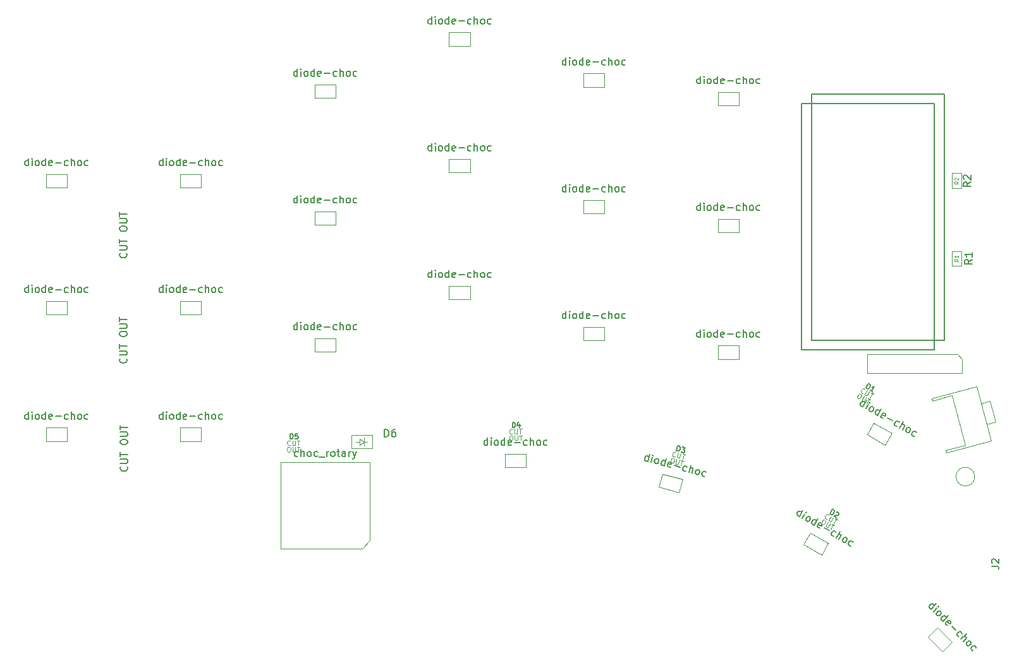
<source format=gbr>
%TF.GenerationSoftware,KiCad,Pcbnew,(5.1.10-1-10_14)*%
%TF.CreationDate,2021-09-20T15:17:19-07:00*%
%TF.ProjectId,redwood,72656477-6f6f-4642-9e6b-696361645f70,rev?*%
%TF.SameCoordinates,Original*%
%TF.FileFunction,Other,Fab,Top*%
%FSLAX46Y46*%
G04 Gerber Fmt 4.6, Leading zero omitted, Abs format (unit mm)*
G04 Created by KiCad (PCBNEW (5.1.10-1-10_14)) date 2021-09-20 15:17:19*
%MOMM*%
%LPD*%
G01*
G04 APERTURE LIST*
%ADD10C,0.200000*%
%ADD11C,0.100000*%
%ADD12C,0.120000*%
%ADD13C,0.150000*%
%ADD14C,0.080000*%
G04 APERTURE END LIST*
D10*
X109357142Y-103804761D02*
X109404761Y-103852380D01*
X109452380Y-103995238D01*
X109452380Y-104090476D01*
X109404761Y-104233333D01*
X109309523Y-104328571D01*
X109214285Y-104376190D01*
X109023809Y-104423809D01*
X108880952Y-104423809D01*
X108690476Y-104376190D01*
X108595238Y-104328571D01*
X108500000Y-104233333D01*
X108452380Y-104090476D01*
X108452380Y-103995238D01*
X108500000Y-103852380D01*
X108547619Y-103804761D01*
X108452380Y-103376190D02*
X109261904Y-103376190D01*
X109357142Y-103328571D01*
X109404761Y-103280952D01*
X109452380Y-103185714D01*
X109452380Y-102995238D01*
X109404761Y-102900000D01*
X109357142Y-102852380D01*
X109261904Y-102804761D01*
X108452380Y-102804761D01*
X108452380Y-102471428D02*
X108452380Y-101900000D01*
X109452380Y-102185714D02*
X108452380Y-102185714D01*
X108452380Y-100614285D02*
X108452380Y-100423809D01*
X108500000Y-100328571D01*
X108595238Y-100233333D01*
X108785714Y-100185714D01*
X109119047Y-100185714D01*
X109309523Y-100233333D01*
X109404761Y-100328571D01*
X109452380Y-100423809D01*
X109452380Y-100614285D01*
X109404761Y-100709523D01*
X109309523Y-100804761D01*
X109119047Y-100852380D01*
X108785714Y-100852380D01*
X108595238Y-100804761D01*
X108500000Y-100709523D01*
X108452380Y-100614285D01*
X108452380Y-99757142D02*
X109261904Y-99757142D01*
X109357142Y-99709523D01*
X109404761Y-99661904D01*
X109452380Y-99566666D01*
X109452380Y-99376190D01*
X109404761Y-99280952D01*
X109357142Y-99233333D01*
X109261904Y-99185714D01*
X108452380Y-99185714D01*
X108452380Y-98852380D02*
X108452380Y-98280952D01*
X109452380Y-98566666D02*
X108452380Y-98566666D01*
X109357142Y-89704761D02*
X109404761Y-89752380D01*
X109452380Y-89895238D01*
X109452380Y-89990476D01*
X109404761Y-90133333D01*
X109309523Y-90228571D01*
X109214285Y-90276190D01*
X109023809Y-90323809D01*
X108880952Y-90323809D01*
X108690476Y-90276190D01*
X108595238Y-90228571D01*
X108500000Y-90133333D01*
X108452380Y-89990476D01*
X108452380Y-89895238D01*
X108500000Y-89752380D01*
X108547619Y-89704761D01*
X108452380Y-89276190D02*
X109261904Y-89276190D01*
X109357142Y-89228571D01*
X109404761Y-89180952D01*
X109452380Y-89085714D01*
X109452380Y-88895238D01*
X109404761Y-88800000D01*
X109357142Y-88752380D01*
X109261904Y-88704761D01*
X108452380Y-88704761D01*
X108452380Y-88371428D02*
X108452380Y-87800000D01*
X109452380Y-88085714D02*
X108452380Y-88085714D01*
X108452380Y-86514285D02*
X108452380Y-86323809D01*
X108500000Y-86228571D01*
X108595238Y-86133333D01*
X108785714Y-86085714D01*
X109119047Y-86085714D01*
X109309523Y-86133333D01*
X109404761Y-86228571D01*
X109452380Y-86323809D01*
X109452380Y-86514285D01*
X109404761Y-86609523D01*
X109309523Y-86704761D01*
X109119047Y-86752380D01*
X108785714Y-86752380D01*
X108595238Y-86704761D01*
X108500000Y-86609523D01*
X108452380Y-86514285D01*
X108452380Y-85657142D02*
X109261904Y-85657142D01*
X109357142Y-85609523D01*
X109404761Y-85561904D01*
X109452380Y-85466666D01*
X109452380Y-85276190D01*
X109404761Y-85180952D01*
X109357142Y-85133333D01*
X109261904Y-85085714D01*
X108452380Y-85085714D01*
X108452380Y-84752380D02*
X108452380Y-84180952D01*
X109452380Y-84466666D02*
X108452380Y-84466666D01*
X109457142Y-118304761D02*
X109504761Y-118352380D01*
X109552380Y-118495238D01*
X109552380Y-118590476D01*
X109504761Y-118733333D01*
X109409523Y-118828571D01*
X109314285Y-118876190D01*
X109123809Y-118923809D01*
X108980952Y-118923809D01*
X108790476Y-118876190D01*
X108695238Y-118828571D01*
X108600000Y-118733333D01*
X108552380Y-118590476D01*
X108552380Y-118495238D01*
X108600000Y-118352380D01*
X108647619Y-118304761D01*
X108552380Y-117876190D02*
X109361904Y-117876190D01*
X109457142Y-117828571D01*
X109504761Y-117780952D01*
X109552380Y-117685714D01*
X109552380Y-117495238D01*
X109504761Y-117400000D01*
X109457142Y-117352380D01*
X109361904Y-117304761D01*
X108552380Y-117304761D01*
X108552380Y-116971428D02*
X108552380Y-116400000D01*
X109552380Y-116685714D02*
X108552380Y-116685714D01*
X108552380Y-115114285D02*
X108552380Y-114923809D01*
X108600000Y-114828571D01*
X108695238Y-114733333D01*
X108885714Y-114685714D01*
X109219047Y-114685714D01*
X109409523Y-114733333D01*
X109504761Y-114828571D01*
X109552380Y-114923809D01*
X109552380Y-115114285D01*
X109504761Y-115209523D01*
X109409523Y-115304761D01*
X109219047Y-115352380D01*
X108885714Y-115352380D01*
X108695238Y-115304761D01*
X108600000Y-115209523D01*
X108552380Y-115114285D01*
X108552380Y-114257142D02*
X109361904Y-114257142D01*
X109457142Y-114209523D01*
X109504761Y-114161904D01*
X109552380Y-114066666D01*
X109552380Y-113876190D01*
X109504761Y-113780952D01*
X109457142Y-113733333D01*
X109361904Y-113685714D01*
X108552380Y-113685714D01*
X108552380Y-113352380D02*
X108552380Y-112780952D01*
X109552380Y-113066666D02*
X108552380Y-113066666D01*
D11*
%TO.C,D6*%
X142300000Y-115900000D02*
X139500000Y-115900000D01*
X139500000Y-115900000D02*
X139500000Y-114100000D01*
X139500000Y-114100000D02*
X142300000Y-114100000D01*
X142300000Y-114100000D02*
X142300000Y-115900000D01*
X141650000Y-115000000D02*
X141250000Y-115000000D01*
X141250000Y-115000000D02*
X141250000Y-115550000D01*
X141250000Y-115000000D02*
X141250000Y-114450000D01*
X141250000Y-115000000D02*
X140650000Y-115400000D01*
X140650000Y-115400000D02*
X140650000Y-114600000D01*
X140650000Y-114600000D02*
X141250000Y-115000000D01*
X140650000Y-115000000D02*
X140150000Y-115000000D01*
D12*
%TO.C,K20*%
X142000000Y-128200000D02*
X141000000Y-129300000D01*
X142000000Y-117700000D02*
X142000000Y-128200000D01*
X130000000Y-117700000D02*
X142000000Y-117700000D01*
X130000000Y-129300000D02*
X130000000Y-117700000D01*
X141000000Y-129300000D02*
X130000000Y-129300000D01*
%TO.C,K24*%
X219948674Y-141862821D02*
X217968775Y-139882922D01*
X218675881Y-143135614D02*
X219948674Y-141862821D01*
X216695982Y-141155715D02*
X218675881Y-143135614D01*
X217968775Y-139882922D02*
X216695982Y-141155715D01*
%TO.C,K23*%
X203390712Y-128573383D02*
X200965840Y-127173383D01*
X202490712Y-130132229D02*
X203390712Y-128573383D01*
X200065840Y-128732229D02*
X202490712Y-130132229D01*
X200965840Y-127173383D02*
X200065840Y-128732229D01*
%TO.C,K22*%
X183859919Y-120033013D02*
X181155327Y-119308320D01*
X183394045Y-121771680D02*
X183859919Y-120033013D01*
X180689453Y-121046987D02*
X183394045Y-121771680D01*
X181155327Y-119308320D02*
X180689453Y-121046987D01*
%TO.C,K21*%
X162900000Y-116600000D02*
X160100000Y-116600000D01*
X162900000Y-118400000D02*
X162900000Y-116600000D01*
X160100000Y-118400000D02*
X162900000Y-118400000D01*
X160100000Y-116600000D02*
X160100000Y-118400000D01*
%TO.C,K19*%
X211890712Y-113850951D02*
X209465840Y-112450951D01*
X210990712Y-115409797D02*
X211890712Y-113850951D01*
X208565840Y-114009797D02*
X210990712Y-115409797D01*
X209465840Y-112450951D02*
X208565840Y-114009797D01*
%TO.C,K18*%
X191400000Y-102100000D02*
X188600000Y-102100000D01*
X191400000Y-103900000D02*
X191400000Y-102100000D01*
X188600000Y-103900000D02*
X191400000Y-103900000D01*
X188600000Y-102100000D02*
X188600000Y-103900000D01*
%TO.C,K17*%
X173400000Y-99600000D02*
X170600000Y-99600000D01*
X173400000Y-101400000D02*
X173400000Y-99600000D01*
X170600000Y-101400000D02*
X173400000Y-101400000D01*
X170600000Y-99600000D02*
X170600000Y-101400000D01*
%TO.C,K16*%
X155400000Y-94100000D02*
X152600000Y-94100000D01*
X155400000Y-95900000D02*
X155400000Y-94100000D01*
X152600000Y-95900000D02*
X155400000Y-95900000D01*
X152600000Y-94100000D02*
X152600000Y-95900000D01*
%TO.C,K15*%
X137400000Y-101100000D02*
X134600000Y-101100000D01*
X137400000Y-102900000D02*
X137400000Y-101100000D01*
X134600000Y-102900000D02*
X137400000Y-102900000D01*
X134600000Y-101100000D02*
X134600000Y-102900000D01*
%TO.C,K14*%
X119400000Y-113100000D02*
X116600000Y-113100000D01*
X119400000Y-114900000D02*
X119400000Y-113100000D01*
X116600000Y-114900000D02*
X119400000Y-114900000D01*
X116600000Y-113100000D02*
X116600000Y-114900000D01*
%TO.C,K13*%
X101400000Y-113100000D02*
X98600000Y-113100000D01*
X101400000Y-114900000D02*
X101400000Y-113100000D01*
X98600000Y-114900000D02*
X101400000Y-114900000D01*
X98600000Y-113100000D02*
X98600000Y-114900000D01*
%TO.C,K12*%
X191400000Y-85100000D02*
X188600000Y-85100000D01*
X191400000Y-86900000D02*
X191400000Y-85100000D01*
X188600000Y-86900000D02*
X191400000Y-86900000D01*
X188600000Y-85100000D02*
X188600000Y-86900000D01*
%TO.C,K11*%
X173400000Y-82600000D02*
X170600000Y-82600000D01*
X173400000Y-84400000D02*
X173400000Y-82600000D01*
X170600000Y-84400000D02*
X173400000Y-84400000D01*
X170600000Y-82600000D02*
X170600000Y-84400000D01*
%TO.C,K10*%
X155400000Y-77100000D02*
X152600000Y-77100000D01*
X155400000Y-78900000D02*
X155400000Y-77100000D01*
X152600000Y-78900000D02*
X155400000Y-78900000D01*
X152600000Y-77100000D02*
X152600000Y-78900000D01*
%TO.C,K9*%
X137400000Y-84100000D02*
X134600000Y-84100000D01*
X137400000Y-85900000D02*
X137400000Y-84100000D01*
X134600000Y-85900000D02*
X137400000Y-85900000D01*
X134600000Y-84100000D02*
X134600000Y-85900000D01*
%TO.C,K8*%
X119400000Y-96100000D02*
X116600000Y-96100000D01*
X119400000Y-97900000D02*
X119400000Y-96100000D01*
X116600000Y-97900000D02*
X119400000Y-97900000D01*
X116600000Y-96100000D02*
X116600000Y-97900000D01*
%TO.C,K7*%
X101400000Y-96100000D02*
X98600000Y-96100000D01*
X101400000Y-97900000D02*
X101400000Y-96100000D01*
X98600000Y-97900000D02*
X101400000Y-97900000D01*
X98600000Y-96100000D02*
X98600000Y-97900000D01*
%TO.C,K6*%
X191400000Y-68100000D02*
X188600000Y-68100000D01*
X191400000Y-69900000D02*
X191400000Y-68100000D01*
X188600000Y-69900000D02*
X191400000Y-69900000D01*
X188600000Y-68100000D02*
X188600000Y-69900000D01*
%TO.C,K5*%
X173400000Y-65600000D02*
X170600000Y-65600000D01*
X173400000Y-67400000D02*
X173400000Y-65600000D01*
X170600000Y-67400000D02*
X173400000Y-67400000D01*
X170600000Y-65600000D02*
X170600000Y-67400000D01*
%TO.C,K4*%
X155400000Y-60100000D02*
X152600000Y-60100000D01*
X155400000Y-61900000D02*
X155400000Y-60100000D01*
X152600000Y-61900000D02*
X155400000Y-61900000D01*
X152600000Y-60100000D02*
X152600000Y-61900000D01*
%TO.C,K3*%
X137400000Y-67100000D02*
X134600000Y-67100000D01*
X137400000Y-68900000D02*
X137400000Y-67100000D01*
X134600000Y-68900000D02*
X137400000Y-68900000D01*
X134600000Y-67100000D02*
X134600000Y-68900000D01*
%TO.C,K2*%
X119400000Y-79100000D02*
X116600000Y-79100000D01*
X119400000Y-80900000D02*
X119400000Y-79100000D01*
X116600000Y-80900000D02*
X119400000Y-80900000D01*
X116600000Y-79100000D02*
X116600000Y-80900000D01*
%TO.C,K1*%
X101400000Y-79100000D02*
X98600000Y-79100000D01*
X101400000Y-80900000D02*
X101400000Y-79100000D01*
X98600000Y-80900000D02*
X101400000Y-80900000D01*
X98600000Y-79100000D02*
X98600000Y-80900000D01*
D11*
%TO.C,J1*%
X221325000Y-103915000D02*
X221325000Y-105820000D01*
X221325000Y-105820000D02*
X208625000Y-105820000D01*
X208625000Y-105820000D02*
X208625000Y-103280000D01*
X208625000Y-103280000D02*
X220690000Y-103280000D01*
X220690000Y-103280000D02*
X221325000Y-103915000D01*
D13*
%TO.C,U1*%
X199840000Y-102632000D02*
X199840000Y-69612000D01*
X217620000Y-102632000D02*
X199840000Y-102632000D01*
X217620000Y-69612000D02*
X217620000Y-102632000D01*
X199840000Y-69612000D02*
X217620000Y-69612000D01*
X201155000Y-68342000D02*
X218935000Y-68342000D01*
X218935000Y-68342000D02*
X218935000Y-101362000D01*
X218935000Y-101362000D02*
X201155000Y-101362000D01*
X201155000Y-101362000D02*
X201155000Y-68342000D01*
D12*
%TO.C,H2*%
X223000000Y-119670000D02*
G75*
G03*
X223000000Y-119670000I-1250000J0D01*
G01*
D11*
%TO.C,R2*%
X219975000Y-80990000D02*
X219975000Y-78990000D01*
X221225000Y-80990000D02*
X219975000Y-80990000D01*
X221225000Y-78990000D02*
X221225000Y-80990000D01*
X219975000Y-78990000D02*
X221225000Y-78990000D01*
%TO.C,R1*%
X221225000Y-89410000D02*
X221225000Y-91410000D01*
X219975000Y-89410000D02*
X221225000Y-89410000D01*
X219975000Y-91410000D02*
X219975000Y-89410000D01*
X221225000Y-91410000D02*
X219975000Y-91410000D01*
%TO.C,SW1*%
X217326789Y-109494119D02*
X219973426Y-108784955D01*
X219112640Y-116159007D02*
X219190286Y-116448785D01*
X217249143Y-109204341D02*
X223228224Y-107602251D01*
X223228224Y-107602251D02*
X225169367Y-114846695D01*
X219190286Y-116448785D02*
X225169367Y-114846695D01*
X219973426Y-108784955D02*
X221759277Y-115449843D01*
X217249143Y-109204341D02*
X217326789Y-109494119D01*
X219112640Y-116159007D02*
X221759277Y-115449843D01*
X225040574Y-109497769D02*
X225791150Y-112298954D01*
X225791150Y-112298954D02*
X224574083Y-112625066D01*
X225040574Y-109497769D02*
X223823508Y-109823881D01*
%TD*%
%TO.C,D6*%
D13*
X143961904Y-114322380D02*
X143961904Y-113322380D01*
X144200000Y-113322380D01*
X144342857Y-113370000D01*
X144438095Y-113465238D01*
X144485714Y-113560476D01*
X144533333Y-113750952D01*
X144533333Y-113893809D01*
X144485714Y-114084285D01*
X144438095Y-114179523D01*
X144342857Y-114274761D01*
X144200000Y-114322380D01*
X143961904Y-114322380D01*
X145390476Y-113322380D02*
X145200000Y-113322380D01*
X145104761Y-113370000D01*
X145057142Y-113417619D01*
X144961904Y-113560476D01*
X144914285Y-113750952D01*
X144914285Y-114131904D01*
X144961904Y-114227142D01*
X145009523Y-114274761D01*
X145104761Y-114322380D01*
X145295238Y-114322380D01*
X145390476Y-114274761D01*
X145438095Y-114227142D01*
X145485714Y-114131904D01*
X145485714Y-113893809D01*
X145438095Y-113798571D01*
X145390476Y-113750952D01*
X145295238Y-113703333D01*
X145104761Y-113703333D01*
X145009523Y-113750952D01*
X144961904Y-113798571D01*
X144914285Y-113893809D01*
%TO.C,K20*%
X132333333Y-116914761D02*
X132238095Y-116962380D01*
X132047619Y-116962380D01*
X131952380Y-116914761D01*
X131904761Y-116867142D01*
X131857142Y-116771904D01*
X131857142Y-116486190D01*
X131904761Y-116390952D01*
X131952380Y-116343333D01*
X132047619Y-116295714D01*
X132238095Y-116295714D01*
X132333333Y-116343333D01*
X132761904Y-116962380D02*
X132761904Y-115962380D01*
X133190476Y-116962380D02*
X133190476Y-116438571D01*
X133142857Y-116343333D01*
X133047619Y-116295714D01*
X132904761Y-116295714D01*
X132809523Y-116343333D01*
X132761904Y-116390952D01*
X133809523Y-116962380D02*
X133714285Y-116914761D01*
X133666666Y-116867142D01*
X133619047Y-116771904D01*
X133619047Y-116486190D01*
X133666666Y-116390952D01*
X133714285Y-116343333D01*
X133809523Y-116295714D01*
X133952380Y-116295714D01*
X134047619Y-116343333D01*
X134095238Y-116390952D01*
X134142857Y-116486190D01*
X134142857Y-116771904D01*
X134095238Y-116867142D01*
X134047619Y-116914761D01*
X133952380Y-116962380D01*
X133809523Y-116962380D01*
X135000000Y-116914761D02*
X134904761Y-116962380D01*
X134714285Y-116962380D01*
X134619047Y-116914761D01*
X134571428Y-116867142D01*
X134523809Y-116771904D01*
X134523809Y-116486190D01*
X134571428Y-116390952D01*
X134619047Y-116343333D01*
X134714285Y-116295714D01*
X134904761Y-116295714D01*
X135000000Y-116343333D01*
X135190476Y-117057619D02*
X135952380Y-117057619D01*
X136190476Y-116962380D02*
X136190476Y-116295714D01*
X136190476Y-116486190D02*
X136238095Y-116390952D01*
X136285714Y-116343333D01*
X136380952Y-116295714D01*
X136476190Y-116295714D01*
X136952380Y-116962380D02*
X136857142Y-116914761D01*
X136809523Y-116867142D01*
X136761904Y-116771904D01*
X136761904Y-116486190D01*
X136809523Y-116390952D01*
X136857142Y-116343333D01*
X136952380Y-116295714D01*
X137095238Y-116295714D01*
X137190476Y-116343333D01*
X137238095Y-116390952D01*
X137285714Y-116486190D01*
X137285714Y-116771904D01*
X137238095Y-116867142D01*
X137190476Y-116914761D01*
X137095238Y-116962380D01*
X136952380Y-116962380D01*
X137571428Y-116295714D02*
X137952380Y-116295714D01*
X137714285Y-115962380D02*
X137714285Y-116819523D01*
X137761904Y-116914761D01*
X137857142Y-116962380D01*
X137952380Y-116962380D01*
X138714285Y-116962380D02*
X138714285Y-116438571D01*
X138666666Y-116343333D01*
X138571428Y-116295714D01*
X138380952Y-116295714D01*
X138285714Y-116343333D01*
X138714285Y-116914761D02*
X138619047Y-116962380D01*
X138380952Y-116962380D01*
X138285714Y-116914761D01*
X138238095Y-116819523D01*
X138238095Y-116724285D01*
X138285714Y-116629047D01*
X138380952Y-116581428D01*
X138619047Y-116581428D01*
X138714285Y-116533809D01*
X139190476Y-116962380D02*
X139190476Y-116295714D01*
X139190476Y-116486190D02*
X139238095Y-116390952D01*
X139285714Y-116343333D01*
X139380952Y-116295714D01*
X139476190Y-116295714D01*
X139714285Y-116295714D02*
X139952380Y-116962380D01*
X140190476Y-116295714D02*
X139952380Y-116962380D01*
X139857142Y-117200476D01*
X139809523Y-117248095D01*
X139714285Y-117295714D01*
%TO.C,K24*%
X217119909Y-137425221D02*
X217827016Y-136718114D01*
X217153581Y-137391549D02*
X217052566Y-137357877D01*
X216917879Y-137223190D01*
X216884207Y-137122175D01*
X216884207Y-137054831D01*
X216917879Y-136953816D01*
X217119909Y-136751786D01*
X217220925Y-136718114D01*
X217288268Y-136718114D01*
X217389283Y-136751786D01*
X217523970Y-136886473D01*
X217557642Y-136987488D01*
X217456627Y-137761938D02*
X217928031Y-137290534D01*
X218163734Y-137054831D02*
X218096390Y-137054831D01*
X218096390Y-137122175D01*
X218163734Y-137122175D01*
X218163734Y-137054831D01*
X218096390Y-137122175D01*
X217894360Y-138199671D02*
X217860688Y-138098656D01*
X217860688Y-138031312D01*
X217894360Y-137930297D01*
X218096390Y-137728266D01*
X218197405Y-137694595D01*
X218264749Y-137694595D01*
X218365764Y-137728266D01*
X218466779Y-137829282D01*
X218500451Y-137930297D01*
X218500451Y-137997640D01*
X218466779Y-138098656D01*
X218264749Y-138300686D01*
X218163734Y-138334358D01*
X218096390Y-138334358D01*
X217995375Y-138300686D01*
X217894360Y-138199671D01*
X218736153Y-139041465D02*
X219443260Y-138334358D01*
X218769825Y-139007793D02*
X218668810Y-138974121D01*
X218534123Y-138839434D01*
X218500451Y-138738419D01*
X218500451Y-138671075D01*
X218534123Y-138570060D01*
X218736153Y-138368030D01*
X218837169Y-138334358D01*
X218904512Y-138334358D01*
X219005527Y-138368030D01*
X219140214Y-138502717D01*
X219173886Y-138603732D01*
X219375917Y-139613884D02*
X219274901Y-139580213D01*
X219140214Y-139445526D01*
X219106543Y-139344510D01*
X219140214Y-139243495D01*
X219409588Y-138974121D01*
X219510604Y-138940449D01*
X219611619Y-138974121D01*
X219746306Y-139108808D01*
X219779978Y-139209823D01*
X219746306Y-139310839D01*
X219678962Y-139378182D01*
X219274901Y-139108808D01*
X219948336Y-139714900D02*
X220487085Y-140253648D01*
X220891146Y-141129113D02*
X220790130Y-141095442D01*
X220655443Y-140960755D01*
X220621772Y-140859739D01*
X220621772Y-140792396D01*
X220655443Y-140691381D01*
X220857474Y-140489350D01*
X220958489Y-140455678D01*
X221025833Y-140455678D01*
X221126848Y-140489350D01*
X221261535Y-140624037D01*
X221295207Y-140725052D01*
X221160520Y-141465831D02*
X221867626Y-140758724D01*
X221463565Y-141768877D02*
X221833955Y-141398487D01*
X221867626Y-141297472D01*
X221833955Y-141196457D01*
X221732939Y-141095442D01*
X221631924Y-141061770D01*
X221564581Y-141061770D01*
X221901298Y-142206609D02*
X221867626Y-142105594D01*
X221867626Y-142038251D01*
X221901298Y-141937235D01*
X222103329Y-141735205D01*
X222204344Y-141701533D01*
X222271687Y-141701533D01*
X222372703Y-141735205D01*
X222473718Y-141836220D01*
X222507390Y-141937235D01*
X222507390Y-142004579D01*
X222473718Y-142105594D01*
X222271687Y-142307625D01*
X222170672Y-142341296D01*
X222103329Y-142341296D01*
X222002313Y-142307625D01*
X221901298Y-142206609D01*
X222776764Y-143014731D02*
X222675748Y-142981060D01*
X222541061Y-142846373D01*
X222507390Y-142745357D01*
X222507390Y-142678014D01*
X222541061Y-142576999D01*
X222743092Y-142374968D01*
X222844107Y-142341296D01*
X222911451Y-142341296D01*
X223012466Y-142374968D01*
X223147153Y-142509655D01*
X223180825Y-142610670D01*
%TO.C,K23*%
X199509800Y-125019128D02*
X200009800Y-124153103D01*
X199533609Y-124977889D02*
X199427321Y-124971509D01*
X199262364Y-124876271D01*
X199203695Y-124787413D01*
X199186265Y-124722364D01*
X199192645Y-124616076D01*
X199335502Y-124368640D01*
X199424360Y-124309971D01*
X199489409Y-124292541D01*
X199595697Y-124298921D01*
X199760654Y-124394159D01*
X199819323Y-124483017D01*
X199922193Y-125257224D02*
X200255526Y-124679873D01*
X200422193Y-124391198D02*
X200357144Y-124408628D01*
X200374574Y-124473677D01*
X200439622Y-124456247D01*
X200422193Y-124391198D01*
X200374574Y-124473677D01*
X200458304Y-125566747D02*
X200399635Y-125477889D01*
X200382205Y-125412840D01*
X200388584Y-125306552D01*
X200531442Y-125059116D01*
X200620300Y-125000447D01*
X200685349Y-124983017D01*
X200791637Y-124989397D01*
X200915355Y-125060826D01*
X200974024Y-125149684D01*
X200991454Y-125214733D01*
X200985074Y-125321021D01*
X200842217Y-125568457D01*
X200753358Y-125627126D01*
X200688310Y-125644556D01*
X200582022Y-125638176D01*
X200458304Y-125566747D01*
X201489286Y-126161985D02*
X201989286Y-125295960D01*
X201513096Y-126120746D02*
X201406808Y-126114366D01*
X201241850Y-126019128D01*
X201183181Y-125930270D01*
X201165752Y-125865221D01*
X201172131Y-125758933D01*
X201314988Y-125511497D01*
X201403847Y-125452828D01*
X201468896Y-125435398D01*
X201575184Y-125441778D01*
X201740141Y-125537016D01*
X201798810Y-125625874D01*
X202255403Y-126549318D02*
X202149115Y-126542938D01*
X201984158Y-126447700D01*
X201925489Y-126358841D01*
X201931869Y-126252553D01*
X202122345Y-125922639D01*
X202211203Y-125863970D01*
X202317491Y-125870349D01*
X202482448Y-125965588D01*
X202541118Y-126054446D01*
X202534738Y-126160734D01*
X202487119Y-126243213D01*
X202027107Y-126087596D01*
X202834463Y-126498738D02*
X203494292Y-126879690D01*
X204111172Y-127620746D02*
X204004884Y-127614366D01*
X203839927Y-127519128D01*
X203781258Y-127430270D01*
X203763828Y-127365221D01*
X203770207Y-127258933D01*
X203913065Y-127011497D01*
X204001923Y-126952828D01*
X204066972Y-126935398D01*
X204173260Y-126941778D01*
X204338217Y-127037016D01*
X204396886Y-127125874D01*
X204458516Y-127876271D02*
X204958516Y-127010246D01*
X204829670Y-128090557D02*
X205091575Y-127636924D01*
X205097954Y-127530636D01*
X205039285Y-127441778D01*
X204915567Y-127370349D01*
X204809279Y-127363970D01*
X204744230Y-127381399D01*
X205365781Y-128400081D02*
X205307112Y-128311222D01*
X205289682Y-128246173D01*
X205296062Y-128139885D01*
X205438919Y-127892450D01*
X205527777Y-127833780D01*
X205592826Y-127816351D01*
X205699114Y-127822730D01*
X205822832Y-127894159D01*
X205881501Y-127983017D01*
X205898931Y-128048066D01*
X205892551Y-128154354D01*
X205749694Y-128401790D01*
X205660836Y-128460459D01*
X205595787Y-128477889D01*
X205489499Y-128471509D01*
X205365781Y-128400081D01*
X206420573Y-128954079D02*
X206314285Y-128947700D01*
X206149328Y-128852462D01*
X206090659Y-128763603D01*
X206073229Y-128698554D01*
X206079609Y-128592266D01*
X206222466Y-128344830D01*
X206311324Y-128286161D01*
X206376373Y-128268732D01*
X206482661Y-128275111D01*
X206647618Y-128370349D01*
X206706287Y-128459208D01*
%TO.C,K22*%
X179191337Y-117604321D02*
X179450156Y-116638395D01*
X179203662Y-117558324D02*
X179099344Y-117579671D01*
X178915358Y-117530372D01*
X178835690Y-117459727D01*
X178802018Y-117401405D01*
X178780671Y-117297088D01*
X178854619Y-117021109D01*
X178925265Y-116941441D01*
X178983587Y-116907769D01*
X179087904Y-116886422D01*
X179271890Y-116935721D01*
X179351558Y-117006367D01*
X179651302Y-117727568D02*
X179823848Y-117083617D01*
X179910121Y-116761642D02*
X179851800Y-116795314D01*
X179885471Y-116853635D01*
X179943792Y-116819963D01*
X179910121Y-116761642D01*
X179885471Y-116853635D01*
X180249256Y-117887789D02*
X180169588Y-117817143D01*
X180135916Y-117758822D01*
X180114569Y-117654504D01*
X180188517Y-117378526D01*
X180259163Y-117298857D01*
X180317484Y-117265186D01*
X180421802Y-117243839D01*
X180559791Y-117280813D01*
X180639459Y-117351459D01*
X180673131Y-117409780D01*
X180694478Y-117514098D01*
X180620530Y-117790076D01*
X180549884Y-117869745D01*
X180491563Y-117903416D01*
X180387245Y-117924763D01*
X180249256Y-117887789D01*
X181399167Y-118195907D02*
X181657986Y-117229981D01*
X181411492Y-118149911D02*
X181307174Y-118171258D01*
X181123189Y-118121959D01*
X181043520Y-118051313D01*
X181009849Y-117992992D01*
X180988502Y-117888674D01*
X181062450Y-117612695D01*
X181133096Y-117533027D01*
X181191417Y-117499355D01*
X181295735Y-117478008D01*
X181479721Y-117527307D01*
X181559389Y-117597953D01*
X182239429Y-118371756D02*
X182135111Y-118393103D01*
X181951125Y-118343804D01*
X181871457Y-118273158D01*
X181850110Y-118168840D01*
X181948708Y-117800868D01*
X182019353Y-117721200D01*
X182123671Y-117699853D01*
X182307657Y-117749152D01*
X182387325Y-117819798D01*
X182408672Y-117924116D01*
X182384023Y-118016108D01*
X181899409Y-117984854D01*
X182785666Y-118173027D02*
X183521610Y-118370223D01*
X184309270Y-118926368D02*
X184204952Y-118947715D01*
X184020966Y-118898416D01*
X183941298Y-118827770D01*
X183907626Y-118769449D01*
X183886279Y-118665131D01*
X183960227Y-118389152D01*
X184030873Y-118309484D01*
X184089194Y-118275812D01*
X184193512Y-118254465D01*
X184377498Y-118303764D01*
X184457166Y-118374410D01*
X184710913Y-119083287D02*
X184969732Y-118117361D01*
X185124881Y-119194209D02*
X185260453Y-118688248D01*
X185239106Y-118583930D01*
X185159438Y-118513284D01*
X185021449Y-118476310D01*
X184917131Y-118497657D01*
X184858810Y-118531329D01*
X185722835Y-119354430D02*
X185643167Y-119283785D01*
X185609495Y-119225463D01*
X185588148Y-119121146D01*
X185662097Y-118845167D01*
X185732743Y-118765499D01*
X185791064Y-118731827D01*
X185895381Y-118710480D01*
X186033371Y-118747454D01*
X186113039Y-118818100D01*
X186146711Y-118876421D01*
X186168058Y-118980739D01*
X186094110Y-119256718D01*
X186023464Y-119336386D01*
X185965142Y-119370058D01*
X185860825Y-119391405D01*
X185722835Y-119354430D01*
X186885072Y-119616552D02*
X186780754Y-119637899D01*
X186596768Y-119588600D01*
X186517100Y-119517954D01*
X186483428Y-119459633D01*
X186462081Y-119355315D01*
X186536030Y-119079337D01*
X186606675Y-118999668D01*
X186664997Y-118965997D01*
X186769314Y-118944650D01*
X186953300Y-118993948D01*
X187032968Y-119064594D01*
%TO.C,K21*%
X157761904Y-115462380D02*
X157761904Y-114462380D01*
X157761904Y-115414761D02*
X157666666Y-115462380D01*
X157476190Y-115462380D01*
X157380952Y-115414761D01*
X157333333Y-115367142D01*
X157285714Y-115271904D01*
X157285714Y-114986190D01*
X157333333Y-114890952D01*
X157380952Y-114843333D01*
X157476190Y-114795714D01*
X157666666Y-114795714D01*
X157761904Y-114843333D01*
X158238095Y-115462380D02*
X158238095Y-114795714D01*
X158238095Y-114462380D02*
X158190476Y-114510000D01*
X158238095Y-114557619D01*
X158285714Y-114510000D01*
X158238095Y-114462380D01*
X158238095Y-114557619D01*
X158857142Y-115462380D02*
X158761904Y-115414761D01*
X158714285Y-115367142D01*
X158666666Y-115271904D01*
X158666666Y-114986190D01*
X158714285Y-114890952D01*
X158761904Y-114843333D01*
X158857142Y-114795714D01*
X159000000Y-114795714D01*
X159095238Y-114843333D01*
X159142857Y-114890952D01*
X159190476Y-114986190D01*
X159190476Y-115271904D01*
X159142857Y-115367142D01*
X159095238Y-115414761D01*
X159000000Y-115462380D01*
X158857142Y-115462380D01*
X160047619Y-115462380D02*
X160047619Y-114462380D01*
X160047619Y-115414761D02*
X159952380Y-115462380D01*
X159761904Y-115462380D01*
X159666666Y-115414761D01*
X159619047Y-115367142D01*
X159571428Y-115271904D01*
X159571428Y-114986190D01*
X159619047Y-114890952D01*
X159666666Y-114843333D01*
X159761904Y-114795714D01*
X159952380Y-114795714D01*
X160047619Y-114843333D01*
X160904761Y-115414761D02*
X160809523Y-115462380D01*
X160619047Y-115462380D01*
X160523809Y-115414761D01*
X160476190Y-115319523D01*
X160476190Y-114938571D01*
X160523809Y-114843333D01*
X160619047Y-114795714D01*
X160809523Y-114795714D01*
X160904761Y-114843333D01*
X160952380Y-114938571D01*
X160952380Y-115033809D01*
X160476190Y-115129047D01*
X161380952Y-115081428D02*
X162142857Y-115081428D01*
X163047619Y-115414761D02*
X162952380Y-115462380D01*
X162761904Y-115462380D01*
X162666666Y-115414761D01*
X162619047Y-115367142D01*
X162571428Y-115271904D01*
X162571428Y-114986190D01*
X162619047Y-114890952D01*
X162666666Y-114843333D01*
X162761904Y-114795714D01*
X162952380Y-114795714D01*
X163047619Y-114843333D01*
X163476190Y-115462380D02*
X163476190Y-114462380D01*
X163904761Y-115462380D02*
X163904761Y-114938571D01*
X163857142Y-114843333D01*
X163761904Y-114795714D01*
X163619047Y-114795714D01*
X163523809Y-114843333D01*
X163476190Y-114890952D01*
X164523809Y-115462380D02*
X164428571Y-115414761D01*
X164380952Y-115367142D01*
X164333333Y-115271904D01*
X164333333Y-114986190D01*
X164380952Y-114890952D01*
X164428571Y-114843333D01*
X164523809Y-114795714D01*
X164666666Y-114795714D01*
X164761904Y-114843333D01*
X164809523Y-114890952D01*
X164857142Y-114986190D01*
X164857142Y-115271904D01*
X164809523Y-115367142D01*
X164761904Y-115414761D01*
X164666666Y-115462380D01*
X164523809Y-115462380D01*
X165714285Y-115414761D02*
X165619047Y-115462380D01*
X165428571Y-115462380D01*
X165333333Y-115414761D01*
X165285714Y-115367142D01*
X165238095Y-115271904D01*
X165238095Y-114986190D01*
X165285714Y-114890952D01*
X165333333Y-114843333D01*
X165428571Y-114795714D01*
X165619047Y-114795714D01*
X165714285Y-114843333D01*
%TO.C,K19*%
X208009800Y-110296696D02*
X208509800Y-109430671D01*
X208033609Y-110255457D02*
X207927321Y-110249077D01*
X207762364Y-110153839D01*
X207703695Y-110064981D01*
X207686265Y-109999932D01*
X207692645Y-109893644D01*
X207835502Y-109646208D01*
X207924360Y-109587539D01*
X207989409Y-109570109D01*
X208095697Y-109576489D01*
X208260654Y-109671727D01*
X208319323Y-109760585D01*
X208422193Y-110534792D02*
X208755526Y-109957441D01*
X208922193Y-109668766D02*
X208857144Y-109686196D01*
X208874574Y-109751245D01*
X208939622Y-109733815D01*
X208922193Y-109668766D01*
X208874574Y-109751245D01*
X208958304Y-110844315D02*
X208899635Y-110755457D01*
X208882205Y-110690408D01*
X208888584Y-110584120D01*
X209031442Y-110336684D01*
X209120300Y-110278015D01*
X209185349Y-110260585D01*
X209291637Y-110266965D01*
X209415355Y-110338394D01*
X209474024Y-110427252D01*
X209491454Y-110492301D01*
X209485074Y-110598589D01*
X209342217Y-110846025D01*
X209253358Y-110904694D01*
X209188310Y-110922124D01*
X209082022Y-110915744D01*
X208958304Y-110844315D01*
X209989286Y-111439553D02*
X210489286Y-110573528D01*
X210013096Y-111398314D02*
X209906808Y-111391934D01*
X209741850Y-111296696D01*
X209683181Y-111207838D01*
X209665752Y-111142789D01*
X209672131Y-111036501D01*
X209814988Y-110789065D01*
X209903847Y-110730396D01*
X209968896Y-110712966D01*
X210075184Y-110719346D01*
X210240141Y-110814584D01*
X210298810Y-110903442D01*
X210755403Y-111826886D02*
X210649115Y-111820506D01*
X210484158Y-111725268D01*
X210425489Y-111636409D01*
X210431869Y-111530121D01*
X210622345Y-111200207D01*
X210711203Y-111141538D01*
X210817491Y-111147917D01*
X210982448Y-111243156D01*
X211041118Y-111332014D01*
X211034738Y-111438302D01*
X210987119Y-111520781D01*
X210527107Y-111365164D01*
X211334463Y-111776306D02*
X211994292Y-112157258D01*
X212611172Y-112898314D02*
X212504884Y-112891934D01*
X212339927Y-112796696D01*
X212281258Y-112707838D01*
X212263828Y-112642789D01*
X212270207Y-112536501D01*
X212413065Y-112289065D01*
X212501923Y-112230396D01*
X212566972Y-112212966D01*
X212673260Y-112219346D01*
X212838217Y-112314584D01*
X212896886Y-112403442D01*
X212958516Y-113153839D02*
X213458516Y-112287814D01*
X213329670Y-113368125D02*
X213591575Y-112914492D01*
X213597954Y-112808204D01*
X213539285Y-112719346D01*
X213415567Y-112647917D01*
X213309279Y-112641538D01*
X213244230Y-112658967D01*
X213865781Y-113677649D02*
X213807112Y-113588790D01*
X213789682Y-113523741D01*
X213796062Y-113417453D01*
X213938919Y-113170018D01*
X214027777Y-113111348D01*
X214092826Y-113093919D01*
X214199114Y-113100298D01*
X214322832Y-113171727D01*
X214381501Y-113260585D01*
X214398931Y-113325634D01*
X214392551Y-113431922D01*
X214249694Y-113679358D01*
X214160836Y-113738027D01*
X214095787Y-113755457D01*
X213989499Y-113749077D01*
X213865781Y-113677649D01*
X214920573Y-114231647D02*
X214814285Y-114225268D01*
X214649328Y-114130030D01*
X214590659Y-114041171D01*
X214573229Y-113976122D01*
X214579609Y-113869834D01*
X214722466Y-113622398D01*
X214811324Y-113563729D01*
X214876373Y-113546300D01*
X214982661Y-113552679D01*
X215147618Y-113647917D01*
X215206287Y-113736776D01*
%TO.C,K18*%
X186261904Y-100962380D02*
X186261904Y-99962380D01*
X186261904Y-100914761D02*
X186166666Y-100962380D01*
X185976190Y-100962380D01*
X185880952Y-100914761D01*
X185833333Y-100867142D01*
X185785714Y-100771904D01*
X185785714Y-100486190D01*
X185833333Y-100390952D01*
X185880952Y-100343333D01*
X185976190Y-100295714D01*
X186166666Y-100295714D01*
X186261904Y-100343333D01*
X186738095Y-100962380D02*
X186738095Y-100295714D01*
X186738095Y-99962380D02*
X186690476Y-100010000D01*
X186738095Y-100057619D01*
X186785714Y-100010000D01*
X186738095Y-99962380D01*
X186738095Y-100057619D01*
X187357142Y-100962380D02*
X187261904Y-100914761D01*
X187214285Y-100867142D01*
X187166666Y-100771904D01*
X187166666Y-100486190D01*
X187214285Y-100390952D01*
X187261904Y-100343333D01*
X187357142Y-100295714D01*
X187500000Y-100295714D01*
X187595238Y-100343333D01*
X187642857Y-100390952D01*
X187690476Y-100486190D01*
X187690476Y-100771904D01*
X187642857Y-100867142D01*
X187595238Y-100914761D01*
X187500000Y-100962380D01*
X187357142Y-100962380D01*
X188547619Y-100962380D02*
X188547619Y-99962380D01*
X188547619Y-100914761D02*
X188452380Y-100962380D01*
X188261904Y-100962380D01*
X188166666Y-100914761D01*
X188119047Y-100867142D01*
X188071428Y-100771904D01*
X188071428Y-100486190D01*
X188119047Y-100390952D01*
X188166666Y-100343333D01*
X188261904Y-100295714D01*
X188452380Y-100295714D01*
X188547619Y-100343333D01*
X189404761Y-100914761D02*
X189309523Y-100962380D01*
X189119047Y-100962380D01*
X189023809Y-100914761D01*
X188976190Y-100819523D01*
X188976190Y-100438571D01*
X189023809Y-100343333D01*
X189119047Y-100295714D01*
X189309523Y-100295714D01*
X189404761Y-100343333D01*
X189452380Y-100438571D01*
X189452380Y-100533809D01*
X188976190Y-100629047D01*
X189880952Y-100581428D02*
X190642857Y-100581428D01*
X191547619Y-100914761D02*
X191452380Y-100962380D01*
X191261904Y-100962380D01*
X191166666Y-100914761D01*
X191119047Y-100867142D01*
X191071428Y-100771904D01*
X191071428Y-100486190D01*
X191119047Y-100390952D01*
X191166666Y-100343333D01*
X191261904Y-100295714D01*
X191452380Y-100295714D01*
X191547619Y-100343333D01*
X191976190Y-100962380D02*
X191976190Y-99962380D01*
X192404761Y-100962380D02*
X192404761Y-100438571D01*
X192357142Y-100343333D01*
X192261904Y-100295714D01*
X192119047Y-100295714D01*
X192023809Y-100343333D01*
X191976190Y-100390952D01*
X193023809Y-100962380D02*
X192928571Y-100914761D01*
X192880952Y-100867142D01*
X192833333Y-100771904D01*
X192833333Y-100486190D01*
X192880952Y-100390952D01*
X192928571Y-100343333D01*
X193023809Y-100295714D01*
X193166666Y-100295714D01*
X193261904Y-100343333D01*
X193309523Y-100390952D01*
X193357142Y-100486190D01*
X193357142Y-100771904D01*
X193309523Y-100867142D01*
X193261904Y-100914761D01*
X193166666Y-100962380D01*
X193023809Y-100962380D01*
X194214285Y-100914761D02*
X194119047Y-100962380D01*
X193928571Y-100962380D01*
X193833333Y-100914761D01*
X193785714Y-100867142D01*
X193738095Y-100771904D01*
X193738095Y-100486190D01*
X193785714Y-100390952D01*
X193833333Y-100343333D01*
X193928571Y-100295714D01*
X194119047Y-100295714D01*
X194214285Y-100343333D01*
%TO.C,K17*%
X168261904Y-98462380D02*
X168261904Y-97462380D01*
X168261904Y-98414761D02*
X168166666Y-98462380D01*
X167976190Y-98462380D01*
X167880952Y-98414761D01*
X167833333Y-98367142D01*
X167785714Y-98271904D01*
X167785714Y-97986190D01*
X167833333Y-97890952D01*
X167880952Y-97843333D01*
X167976190Y-97795714D01*
X168166666Y-97795714D01*
X168261904Y-97843333D01*
X168738095Y-98462380D02*
X168738095Y-97795714D01*
X168738095Y-97462380D02*
X168690476Y-97510000D01*
X168738095Y-97557619D01*
X168785714Y-97510000D01*
X168738095Y-97462380D01*
X168738095Y-97557619D01*
X169357142Y-98462380D02*
X169261904Y-98414761D01*
X169214285Y-98367142D01*
X169166666Y-98271904D01*
X169166666Y-97986190D01*
X169214285Y-97890952D01*
X169261904Y-97843333D01*
X169357142Y-97795714D01*
X169500000Y-97795714D01*
X169595238Y-97843333D01*
X169642857Y-97890952D01*
X169690476Y-97986190D01*
X169690476Y-98271904D01*
X169642857Y-98367142D01*
X169595238Y-98414761D01*
X169500000Y-98462380D01*
X169357142Y-98462380D01*
X170547619Y-98462380D02*
X170547619Y-97462380D01*
X170547619Y-98414761D02*
X170452380Y-98462380D01*
X170261904Y-98462380D01*
X170166666Y-98414761D01*
X170119047Y-98367142D01*
X170071428Y-98271904D01*
X170071428Y-97986190D01*
X170119047Y-97890952D01*
X170166666Y-97843333D01*
X170261904Y-97795714D01*
X170452380Y-97795714D01*
X170547619Y-97843333D01*
X171404761Y-98414761D02*
X171309523Y-98462380D01*
X171119047Y-98462380D01*
X171023809Y-98414761D01*
X170976190Y-98319523D01*
X170976190Y-97938571D01*
X171023809Y-97843333D01*
X171119047Y-97795714D01*
X171309523Y-97795714D01*
X171404761Y-97843333D01*
X171452380Y-97938571D01*
X171452380Y-98033809D01*
X170976190Y-98129047D01*
X171880952Y-98081428D02*
X172642857Y-98081428D01*
X173547619Y-98414761D02*
X173452380Y-98462380D01*
X173261904Y-98462380D01*
X173166666Y-98414761D01*
X173119047Y-98367142D01*
X173071428Y-98271904D01*
X173071428Y-97986190D01*
X173119047Y-97890952D01*
X173166666Y-97843333D01*
X173261904Y-97795714D01*
X173452380Y-97795714D01*
X173547619Y-97843333D01*
X173976190Y-98462380D02*
X173976190Y-97462380D01*
X174404761Y-98462380D02*
X174404761Y-97938571D01*
X174357142Y-97843333D01*
X174261904Y-97795714D01*
X174119047Y-97795714D01*
X174023809Y-97843333D01*
X173976190Y-97890952D01*
X175023809Y-98462380D02*
X174928571Y-98414761D01*
X174880952Y-98367142D01*
X174833333Y-98271904D01*
X174833333Y-97986190D01*
X174880952Y-97890952D01*
X174928571Y-97843333D01*
X175023809Y-97795714D01*
X175166666Y-97795714D01*
X175261904Y-97843333D01*
X175309523Y-97890952D01*
X175357142Y-97986190D01*
X175357142Y-98271904D01*
X175309523Y-98367142D01*
X175261904Y-98414761D01*
X175166666Y-98462380D01*
X175023809Y-98462380D01*
X176214285Y-98414761D02*
X176119047Y-98462380D01*
X175928571Y-98462380D01*
X175833333Y-98414761D01*
X175785714Y-98367142D01*
X175738095Y-98271904D01*
X175738095Y-97986190D01*
X175785714Y-97890952D01*
X175833333Y-97843333D01*
X175928571Y-97795714D01*
X176119047Y-97795714D01*
X176214285Y-97843333D01*
%TO.C,K16*%
X150261904Y-92962380D02*
X150261904Y-91962380D01*
X150261904Y-92914761D02*
X150166666Y-92962380D01*
X149976190Y-92962380D01*
X149880952Y-92914761D01*
X149833333Y-92867142D01*
X149785714Y-92771904D01*
X149785714Y-92486190D01*
X149833333Y-92390952D01*
X149880952Y-92343333D01*
X149976190Y-92295714D01*
X150166666Y-92295714D01*
X150261904Y-92343333D01*
X150738095Y-92962380D02*
X150738095Y-92295714D01*
X150738095Y-91962380D02*
X150690476Y-92010000D01*
X150738095Y-92057619D01*
X150785714Y-92010000D01*
X150738095Y-91962380D01*
X150738095Y-92057619D01*
X151357142Y-92962380D02*
X151261904Y-92914761D01*
X151214285Y-92867142D01*
X151166666Y-92771904D01*
X151166666Y-92486190D01*
X151214285Y-92390952D01*
X151261904Y-92343333D01*
X151357142Y-92295714D01*
X151500000Y-92295714D01*
X151595238Y-92343333D01*
X151642857Y-92390952D01*
X151690476Y-92486190D01*
X151690476Y-92771904D01*
X151642857Y-92867142D01*
X151595238Y-92914761D01*
X151500000Y-92962380D01*
X151357142Y-92962380D01*
X152547619Y-92962380D02*
X152547619Y-91962380D01*
X152547619Y-92914761D02*
X152452380Y-92962380D01*
X152261904Y-92962380D01*
X152166666Y-92914761D01*
X152119047Y-92867142D01*
X152071428Y-92771904D01*
X152071428Y-92486190D01*
X152119047Y-92390952D01*
X152166666Y-92343333D01*
X152261904Y-92295714D01*
X152452380Y-92295714D01*
X152547619Y-92343333D01*
X153404761Y-92914761D02*
X153309523Y-92962380D01*
X153119047Y-92962380D01*
X153023809Y-92914761D01*
X152976190Y-92819523D01*
X152976190Y-92438571D01*
X153023809Y-92343333D01*
X153119047Y-92295714D01*
X153309523Y-92295714D01*
X153404761Y-92343333D01*
X153452380Y-92438571D01*
X153452380Y-92533809D01*
X152976190Y-92629047D01*
X153880952Y-92581428D02*
X154642857Y-92581428D01*
X155547619Y-92914761D02*
X155452380Y-92962380D01*
X155261904Y-92962380D01*
X155166666Y-92914761D01*
X155119047Y-92867142D01*
X155071428Y-92771904D01*
X155071428Y-92486190D01*
X155119047Y-92390952D01*
X155166666Y-92343333D01*
X155261904Y-92295714D01*
X155452380Y-92295714D01*
X155547619Y-92343333D01*
X155976190Y-92962380D02*
X155976190Y-91962380D01*
X156404761Y-92962380D02*
X156404761Y-92438571D01*
X156357142Y-92343333D01*
X156261904Y-92295714D01*
X156119047Y-92295714D01*
X156023809Y-92343333D01*
X155976190Y-92390952D01*
X157023809Y-92962380D02*
X156928571Y-92914761D01*
X156880952Y-92867142D01*
X156833333Y-92771904D01*
X156833333Y-92486190D01*
X156880952Y-92390952D01*
X156928571Y-92343333D01*
X157023809Y-92295714D01*
X157166666Y-92295714D01*
X157261904Y-92343333D01*
X157309523Y-92390952D01*
X157357142Y-92486190D01*
X157357142Y-92771904D01*
X157309523Y-92867142D01*
X157261904Y-92914761D01*
X157166666Y-92962380D01*
X157023809Y-92962380D01*
X158214285Y-92914761D02*
X158119047Y-92962380D01*
X157928571Y-92962380D01*
X157833333Y-92914761D01*
X157785714Y-92867142D01*
X157738095Y-92771904D01*
X157738095Y-92486190D01*
X157785714Y-92390952D01*
X157833333Y-92343333D01*
X157928571Y-92295714D01*
X158119047Y-92295714D01*
X158214285Y-92343333D01*
%TO.C,K15*%
X132261904Y-99962380D02*
X132261904Y-98962380D01*
X132261904Y-99914761D02*
X132166666Y-99962380D01*
X131976190Y-99962380D01*
X131880952Y-99914761D01*
X131833333Y-99867142D01*
X131785714Y-99771904D01*
X131785714Y-99486190D01*
X131833333Y-99390952D01*
X131880952Y-99343333D01*
X131976190Y-99295714D01*
X132166666Y-99295714D01*
X132261904Y-99343333D01*
X132738095Y-99962380D02*
X132738095Y-99295714D01*
X132738095Y-98962380D02*
X132690476Y-99010000D01*
X132738095Y-99057619D01*
X132785714Y-99010000D01*
X132738095Y-98962380D01*
X132738095Y-99057619D01*
X133357142Y-99962380D02*
X133261904Y-99914761D01*
X133214285Y-99867142D01*
X133166666Y-99771904D01*
X133166666Y-99486190D01*
X133214285Y-99390952D01*
X133261904Y-99343333D01*
X133357142Y-99295714D01*
X133500000Y-99295714D01*
X133595238Y-99343333D01*
X133642857Y-99390952D01*
X133690476Y-99486190D01*
X133690476Y-99771904D01*
X133642857Y-99867142D01*
X133595238Y-99914761D01*
X133500000Y-99962380D01*
X133357142Y-99962380D01*
X134547619Y-99962380D02*
X134547619Y-98962380D01*
X134547619Y-99914761D02*
X134452380Y-99962380D01*
X134261904Y-99962380D01*
X134166666Y-99914761D01*
X134119047Y-99867142D01*
X134071428Y-99771904D01*
X134071428Y-99486190D01*
X134119047Y-99390952D01*
X134166666Y-99343333D01*
X134261904Y-99295714D01*
X134452380Y-99295714D01*
X134547619Y-99343333D01*
X135404761Y-99914761D02*
X135309523Y-99962380D01*
X135119047Y-99962380D01*
X135023809Y-99914761D01*
X134976190Y-99819523D01*
X134976190Y-99438571D01*
X135023809Y-99343333D01*
X135119047Y-99295714D01*
X135309523Y-99295714D01*
X135404761Y-99343333D01*
X135452380Y-99438571D01*
X135452380Y-99533809D01*
X134976190Y-99629047D01*
X135880952Y-99581428D02*
X136642857Y-99581428D01*
X137547619Y-99914761D02*
X137452380Y-99962380D01*
X137261904Y-99962380D01*
X137166666Y-99914761D01*
X137119047Y-99867142D01*
X137071428Y-99771904D01*
X137071428Y-99486190D01*
X137119047Y-99390952D01*
X137166666Y-99343333D01*
X137261904Y-99295714D01*
X137452380Y-99295714D01*
X137547619Y-99343333D01*
X137976190Y-99962380D02*
X137976190Y-98962380D01*
X138404761Y-99962380D02*
X138404761Y-99438571D01*
X138357142Y-99343333D01*
X138261904Y-99295714D01*
X138119047Y-99295714D01*
X138023809Y-99343333D01*
X137976190Y-99390952D01*
X139023809Y-99962380D02*
X138928571Y-99914761D01*
X138880952Y-99867142D01*
X138833333Y-99771904D01*
X138833333Y-99486190D01*
X138880952Y-99390952D01*
X138928571Y-99343333D01*
X139023809Y-99295714D01*
X139166666Y-99295714D01*
X139261904Y-99343333D01*
X139309523Y-99390952D01*
X139357142Y-99486190D01*
X139357142Y-99771904D01*
X139309523Y-99867142D01*
X139261904Y-99914761D01*
X139166666Y-99962380D01*
X139023809Y-99962380D01*
X140214285Y-99914761D02*
X140119047Y-99962380D01*
X139928571Y-99962380D01*
X139833333Y-99914761D01*
X139785714Y-99867142D01*
X139738095Y-99771904D01*
X139738095Y-99486190D01*
X139785714Y-99390952D01*
X139833333Y-99343333D01*
X139928571Y-99295714D01*
X140119047Y-99295714D01*
X140214285Y-99343333D01*
%TO.C,K14*%
X114261904Y-111962380D02*
X114261904Y-110962380D01*
X114261904Y-111914761D02*
X114166666Y-111962380D01*
X113976190Y-111962380D01*
X113880952Y-111914761D01*
X113833333Y-111867142D01*
X113785714Y-111771904D01*
X113785714Y-111486190D01*
X113833333Y-111390952D01*
X113880952Y-111343333D01*
X113976190Y-111295714D01*
X114166666Y-111295714D01*
X114261904Y-111343333D01*
X114738095Y-111962380D02*
X114738095Y-111295714D01*
X114738095Y-110962380D02*
X114690476Y-111010000D01*
X114738095Y-111057619D01*
X114785714Y-111010000D01*
X114738095Y-110962380D01*
X114738095Y-111057619D01*
X115357142Y-111962380D02*
X115261904Y-111914761D01*
X115214285Y-111867142D01*
X115166666Y-111771904D01*
X115166666Y-111486190D01*
X115214285Y-111390952D01*
X115261904Y-111343333D01*
X115357142Y-111295714D01*
X115500000Y-111295714D01*
X115595238Y-111343333D01*
X115642857Y-111390952D01*
X115690476Y-111486190D01*
X115690476Y-111771904D01*
X115642857Y-111867142D01*
X115595238Y-111914761D01*
X115500000Y-111962380D01*
X115357142Y-111962380D01*
X116547619Y-111962380D02*
X116547619Y-110962380D01*
X116547619Y-111914761D02*
X116452380Y-111962380D01*
X116261904Y-111962380D01*
X116166666Y-111914761D01*
X116119047Y-111867142D01*
X116071428Y-111771904D01*
X116071428Y-111486190D01*
X116119047Y-111390952D01*
X116166666Y-111343333D01*
X116261904Y-111295714D01*
X116452380Y-111295714D01*
X116547619Y-111343333D01*
X117404761Y-111914761D02*
X117309523Y-111962380D01*
X117119047Y-111962380D01*
X117023809Y-111914761D01*
X116976190Y-111819523D01*
X116976190Y-111438571D01*
X117023809Y-111343333D01*
X117119047Y-111295714D01*
X117309523Y-111295714D01*
X117404761Y-111343333D01*
X117452380Y-111438571D01*
X117452380Y-111533809D01*
X116976190Y-111629047D01*
X117880952Y-111581428D02*
X118642857Y-111581428D01*
X119547619Y-111914761D02*
X119452380Y-111962380D01*
X119261904Y-111962380D01*
X119166666Y-111914761D01*
X119119047Y-111867142D01*
X119071428Y-111771904D01*
X119071428Y-111486190D01*
X119119047Y-111390952D01*
X119166666Y-111343333D01*
X119261904Y-111295714D01*
X119452380Y-111295714D01*
X119547619Y-111343333D01*
X119976190Y-111962380D02*
X119976190Y-110962380D01*
X120404761Y-111962380D02*
X120404761Y-111438571D01*
X120357142Y-111343333D01*
X120261904Y-111295714D01*
X120119047Y-111295714D01*
X120023809Y-111343333D01*
X119976190Y-111390952D01*
X121023809Y-111962380D02*
X120928571Y-111914761D01*
X120880952Y-111867142D01*
X120833333Y-111771904D01*
X120833333Y-111486190D01*
X120880952Y-111390952D01*
X120928571Y-111343333D01*
X121023809Y-111295714D01*
X121166666Y-111295714D01*
X121261904Y-111343333D01*
X121309523Y-111390952D01*
X121357142Y-111486190D01*
X121357142Y-111771904D01*
X121309523Y-111867142D01*
X121261904Y-111914761D01*
X121166666Y-111962380D01*
X121023809Y-111962380D01*
X122214285Y-111914761D02*
X122119047Y-111962380D01*
X121928571Y-111962380D01*
X121833333Y-111914761D01*
X121785714Y-111867142D01*
X121738095Y-111771904D01*
X121738095Y-111486190D01*
X121785714Y-111390952D01*
X121833333Y-111343333D01*
X121928571Y-111295714D01*
X122119047Y-111295714D01*
X122214285Y-111343333D01*
%TO.C,K13*%
X96261904Y-111962380D02*
X96261904Y-110962380D01*
X96261904Y-111914761D02*
X96166666Y-111962380D01*
X95976190Y-111962380D01*
X95880952Y-111914761D01*
X95833333Y-111867142D01*
X95785714Y-111771904D01*
X95785714Y-111486190D01*
X95833333Y-111390952D01*
X95880952Y-111343333D01*
X95976190Y-111295714D01*
X96166666Y-111295714D01*
X96261904Y-111343333D01*
X96738095Y-111962380D02*
X96738095Y-111295714D01*
X96738095Y-110962380D02*
X96690476Y-111010000D01*
X96738095Y-111057619D01*
X96785714Y-111010000D01*
X96738095Y-110962380D01*
X96738095Y-111057619D01*
X97357142Y-111962380D02*
X97261904Y-111914761D01*
X97214285Y-111867142D01*
X97166666Y-111771904D01*
X97166666Y-111486190D01*
X97214285Y-111390952D01*
X97261904Y-111343333D01*
X97357142Y-111295714D01*
X97500000Y-111295714D01*
X97595238Y-111343333D01*
X97642857Y-111390952D01*
X97690476Y-111486190D01*
X97690476Y-111771904D01*
X97642857Y-111867142D01*
X97595238Y-111914761D01*
X97500000Y-111962380D01*
X97357142Y-111962380D01*
X98547619Y-111962380D02*
X98547619Y-110962380D01*
X98547619Y-111914761D02*
X98452380Y-111962380D01*
X98261904Y-111962380D01*
X98166666Y-111914761D01*
X98119047Y-111867142D01*
X98071428Y-111771904D01*
X98071428Y-111486190D01*
X98119047Y-111390952D01*
X98166666Y-111343333D01*
X98261904Y-111295714D01*
X98452380Y-111295714D01*
X98547619Y-111343333D01*
X99404761Y-111914761D02*
X99309523Y-111962380D01*
X99119047Y-111962380D01*
X99023809Y-111914761D01*
X98976190Y-111819523D01*
X98976190Y-111438571D01*
X99023809Y-111343333D01*
X99119047Y-111295714D01*
X99309523Y-111295714D01*
X99404761Y-111343333D01*
X99452380Y-111438571D01*
X99452380Y-111533809D01*
X98976190Y-111629047D01*
X99880952Y-111581428D02*
X100642857Y-111581428D01*
X101547619Y-111914761D02*
X101452380Y-111962380D01*
X101261904Y-111962380D01*
X101166666Y-111914761D01*
X101119047Y-111867142D01*
X101071428Y-111771904D01*
X101071428Y-111486190D01*
X101119047Y-111390952D01*
X101166666Y-111343333D01*
X101261904Y-111295714D01*
X101452380Y-111295714D01*
X101547619Y-111343333D01*
X101976190Y-111962380D02*
X101976190Y-110962380D01*
X102404761Y-111962380D02*
X102404761Y-111438571D01*
X102357142Y-111343333D01*
X102261904Y-111295714D01*
X102119047Y-111295714D01*
X102023809Y-111343333D01*
X101976190Y-111390952D01*
X103023809Y-111962380D02*
X102928571Y-111914761D01*
X102880952Y-111867142D01*
X102833333Y-111771904D01*
X102833333Y-111486190D01*
X102880952Y-111390952D01*
X102928571Y-111343333D01*
X103023809Y-111295714D01*
X103166666Y-111295714D01*
X103261904Y-111343333D01*
X103309523Y-111390952D01*
X103357142Y-111486190D01*
X103357142Y-111771904D01*
X103309523Y-111867142D01*
X103261904Y-111914761D01*
X103166666Y-111962380D01*
X103023809Y-111962380D01*
X104214285Y-111914761D02*
X104119047Y-111962380D01*
X103928571Y-111962380D01*
X103833333Y-111914761D01*
X103785714Y-111867142D01*
X103738095Y-111771904D01*
X103738095Y-111486190D01*
X103785714Y-111390952D01*
X103833333Y-111343333D01*
X103928571Y-111295714D01*
X104119047Y-111295714D01*
X104214285Y-111343333D01*
%TO.C,K12*%
X186261904Y-83962380D02*
X186261904Y-82962380D01*
X186261904Y-83914761D02*
X186166666Y-83962380D01*
X185976190Y-83962380D01*
X185880952Y-83914761D01*
X185833333Y-83867142D01*
X185785714Y-83771904D01*
X185785714Y-83486190D01*
X185833333Y-83390952D01*
X185880952Y-83343333D01*
X185976190Y-83295714D01*
X186166666Y-83295714D01*
X186261904Y-83343333D01*
X186738095Y-83962380D02*
X186738095Y-83295714D01*
X186738095Y-82962380D02*
X186690476Y-83010000D01*
X186738095Y-83057619D01*
X186785714Y-83010000D01*
X186738095Y-82962380D01*
X186738095Y-83057619D01*
X187357142Y-83962380D02*
X187261904Y-83914761D01*
X187214285Y-83867142D01*
X187166666Y-83771904D01*
X187166666Y-83486190D01*
X187214285Y-83390952D01*
X187261904Y-83343333D01*
X187357142Y-83295714D01*
X187500000Y-83295714D01*
X187595238Y-83343333D01*
X187642857Y-83390952D01*
X187690476Y-83486190D01*
X187690476Y-83771904D01*
X187642857Y-83867142D01*
X187595238Y-83914761D01*
X187500000Y-83962380D01*
X187357142Y-83962380D01*
X188547619Y-83962380D02*
X188547619Y-82962380D01*
X188547619Y-83914761D02*
X188452380Y-83962380D01*
X188261904Y-83962380D01*
X188166666Y-83914761D01*
X188119047Y-83867142D01*
X188071428Y-83771904D01*
X188071428Y-83486190D01*
X188119047Y-83390952D01*
X188166666Y-83343333D01*
X188261904Y-83295714D01*
X188452380Y-83295714D01*
X188547619Y-83343333D01*
X189404761Y-83914761D02*
X189309523Y-83962380D01*
X189119047Y-83962380D01*
X189023809Y-83914761D01*
X188976190Y-83819523D01*
X188976190Y-83438571D01*
X189023809Y-83343333D01*
X189119047Y-83295714D01*
X189309523Y-83295714D01*
X189404761Y-83343333D01*
X189452380Y-83438571D01*
X189452380Y-83533809D01*
X188976190Y-83629047D01*
X189880952Y-83581428D02*
X190642857Y-83581428D01*
X191547619Y-83914761D02*
X191452380Y-83962380D01*
X191261904Y-83962380D01*
X191166666Y-83914761D01*
X191119047Y-83867142D01*
X191071428Y-83771904D01*
X191071428Y-83486190D01*
X191119047Y-83390952D01*
X191166666Y-83343333D01*
X191261904Y-83295714D01*
X191452380Y-83295714D01*
X191547619Y-83343333D01*
X191976190Y-83962380D02*
X191976190Y-82962380D01*
X192404761Y-83962380D02*
X192404761Y-83438571D01*
X192357142Y-83343333D01*
X192261904Y-83295714D01*
X192119047Y-83295714D01*
X192023809Y-83343333D01*
X191976190Y-83390952D01*
X193023809Y-83962380D02*
X192928571Y-83914761D01*
X192880952Y-83867142D01*
X192833333Y-83771904D01*
X192833333Y-83486190D01*
X192880952Y-83390952D01*
X192928571Y-83343333D01*
X193023809Y-83295714D01*
X193166666Y-83295714D01*
X193261904Y-83343333D01*
X193309523Y-83390952D01*
X193357142Y-83486190D01*
X193357142Y-83771904D01*
X193309523Y-83867142D01*
X193261904Y-83914761D01*
X193166666Y-83962380D01*
X193023809Y-83962380D01*
X194214285Y-83914761D02*
X194119047Y-83962380D01*
X193928571Y-83962380D01*
X193833333Y-83914761D01*
X193785714Y-83867142D01*
X193738095Y-83771904D01*
X193738095Y-83486190D01*
X193785714Y-83390952D01*
X193833333Y-83343333D01*
X193928571Y-83295714D01*
X194119047Y-83295714D01*
X194214285Y-83343333D01*
%TO.C,K11*%
X168261904Y-81462380D02*
X168261904Y-80462380D01*
X168261904Y-81414761D02*
X168166666Y-81462380D01*
X167976190Y-81462380D01*
X167880952Y-81414761D01*
X167833333Y-81367142D01*
X167785714Y-81271904D01*
X167785714Y-80986190D01*
X167833333Y-80890952D01*
X167880952Y-80843333D01*
X167976190Y-80795714D01*
X168166666Y-80795714D01*
X168261904Y-80843333D01*
X168738095Y-81462380D02*
X168738095Y-80795714D01*
X168738095Y-80462380D02*
X168690476Y-80510000D01*
X168738095Y-80557619D01*
X168785714Y-80510000D01*
X168738095Y-80462380D01*
X168738095Y-80557619D01*
X169357142Y-81462380D02*
X169261904Y-81414761D01*
X169214285Y-81367142D01*
X169166666Y-81271904D01*
X169166666Y-80986190D01*
X169214285Y-80890952D01*
X169261904Y-80843333D01*
X169357142Y-80795714D01*
X169500000Y-80795714D01*
X169595238Y-80843333D01*
X169642857Y-80890952D01*
X169690476Y-80986190D01*
X169690476Y-81271904D01*
X169642857Y-81367142D01*
X169595238Y-81414761D01*
X169500000Y-81462380D01*
X169357142Y-81462380D01*
X170547619Y-81462380D02*
X170547619Y-80462380D01*
X170547619Y-81414761D02*
X170452380Y-81462380D01*
X170261904Y-81462380D01*
X170166666Y-81414761D01*
X170119047Y-81367142D01*
X170071428Y-81271904D01*
X170071428Y-80986190D01*
X170119047Y-80890952D01*
X170166666Y-80843333D01*
X170261904Y-80795714D01*
X170452380Y-80795714D01*
X170547619Y-80843333D01*
X171404761Y-81414761D02*
X171309523Y-81462380D01*
X171119047Y-81462380D01*
X171023809Y-81414761D01*
X170976190Y-81319523D01*
X170976190Y-80938571D01*
X171023809Y-80843333D01*
X171119047Y-80795714D01*
X171309523Y-80795714D01*
X171404761Y-80843333D01*
X171452380Y-80938571D01*
X171452380Y-81033809D01*
X170976190Y-81129047D01*
X171880952Y-81081428D02*
X172642857Y-81081428D01*
X173547619Y-81414761D02*
X173452380Y-81462380D01*
X173261904Y-81462380D01*
X173166666Y-81414761D01*
X173119047Y-81367142D01*
X173071428Y-81271904D01*
X173071428Y-80986190D01*
X173119047Y-80890952D01*
X173166666Y-80843333D01*
X173261904Y-80795714D01*
X173452380Y-80795714D01*
X173547619Y-80843333D01*
X173976190Y-81462380D02*
X173976190Y-80462380D01*
X174404761Y-81462380D02*
X174404761Y-80938571D01*
X174357142Y-80843333D01*
X174261904Y-80795714D01*
X174119047Y-80795714D01*
X174023809Y-80843333D01*
X173976190Y-80890952D01*
X175023809Y-81462380D02*
X174928571Y-81414761D01*
X174880952Y-81367142D01*
X174833333Y-81271904D01*
X174833333Y-80986190D01*
X174880952Y-80890952D01*
X174928571Y-80843333D01*
X175023809Y-80795714D01*
X175166666Y-80795714D01*
X175261904Y-80843333D01*
X175309523Y-80890952D01*
X175357142Y-80986190D01*
X175357142Y-81271904D01*
X175309523Y-81367142D01*
X175261904Y-81414761D01*
X175166666Y-81462380D01*
X175023809Y-81462380D01*
X176214285Y-81414761D02*
X176119047Y-81462380D01*
X175928571Y-81462380D01*
X175833333Y-81414761D01*
X175785714Y-81367142D01*
X175738095Y-81271904D01*
X175738095Y-80986190D01*
X175785714Y-80890952D01*
X175833333Y-80843333D01*
X175928571Y-80795714D01*
X176119047Y-80795714D01*
X176214285Y-80843333D01*
%TO.C,K10*%
X150261904Y-75962380D02*
X150261904Y-74962380D01*
X150261904Y-75914761D02*
X150166666Y-75962380D01*
X149976190Y-75962380D01*
X149880952Y-75914761D01*
X149833333Y-75867142D01*
X149785714Y-75771904D01*
X149785714Y-75486190D01*
X149833333Y-75390952D01*
X149880952Y-75343333D01*
X149976190Y-75295714D01*
X150166666Y-75295714D01*
X150261904Y-75343333D01*
X150738095Y-75962380D02*
X150738095Y-75295714D01*
X150738095Y-74962380D02*
X150690476Y-75010000D01*
X150738095Y-75057619D01*
X150785714Y-75010000D01*
X150738095Y-74962380D01*
X150738095Y-75057619D01*
X151357142Y-75962380D02*
X151261904Y-75914761D01*
X151214285Y-75867142D01*
X151166666Y-75771904D01*
X151166666Y-75486190D01*
X151214285Y-75390952D01*
X151261904Y-75343333D01*
X151357142Y-75295714D01*
X151500000Y-75295714D01*
X151595238Y-75343333D01*
X151642857Y-75390952D01*
X151690476Y-75486190D01*
X151690476Y-75771904D01*
X151642857Y-75867142D01*
X151595238Y-75914761D01*
X151500000Y-75962380D01*
X151357142Y-75962380D01*
X152547619Y-75962380D02*
X152547619Y-74962380D01*
X152547619Y-75914761D02*
X152452380Y-75962380D01*
X152261904Y-75962380D01*
X152166666Y-75914761D01*
X152119047Y-75867142D01*
X152071428Y-75771904D01*
X152071428Y-75486190D01*
X152119047Y-75390952D01*
X152166666Y-75343333D01*
X152261904Y-75295714D01*
X152452380Y-75295714D01*
X152547619Y-75343333D01*
X153404761Y-75914761D02*
X153309523Y-75962380D01*
X153119047Y-75962380D01*
X153023809Y-75914761D01*
X152976190Y-75819523D01*
X152976190Y-75438571D01*
X153023809Y-75343333D01*
X153119047Y-75295714D01*
X153309523Y-75295714D01*
X153404761Y-75343333D01*
X153452380Y-75438571D01*
X153452380Y-75533809D01*
X152976190Y-75629047D01*
X153880952Y-75581428D02*
X154642857Y-75581428D01*
X155547619Y-75914761D02*
X155452380Y-75962380D01*
X155261904Y-75962380D01*
X155166666Y-75914761D01*
X155119047Y-75867142D01*
X155071428Y-75771904D01*
X155071428Y-75486190D01*
X155119047Y-75390952D01*
X155166666Y-75343333D01*
X155261904Y-75295714D01*
X155452380Y-75295714D01*
X155547619Y-75343333D01*
X155976190Y-75962380D02*
X155976190Y-74962380D01*
X156404761Y-75962380D02*
X156404761Y-75438571D01*
X156357142Y-75343333D01*
X156261904Y-75295714D01*
X156119047Y-75295714D01*
X156023809Y-75343333D01*
X155976190Y-75390952D01*
X157023809Y-75962380D02*
X156928571Y-75914761D01*
X156880952Y-75867142D01*
X156833333Y-75771904D01*
X156833333Y-75486190D01*
X156880952Y-75390952D01*
X156928571Y-75343333D01*
X157023809Y-75295714D01*
X157166666Y-75295714D01*
X157261904Y-75343333D01*
X157309523Y-75390952D01*
X157357142Y-75486190D01*
X157357142Y-75771904D01*
X157309523Y-75867142D01*
X157261904Y-75914761D01*
X157166666Y-75962380D01*
X157023809Y-75962380D01*
X158214285Y-75914761D02*
X158119047Y-75962380D01*
X157928571Y-75962380D01*
X157833333Y-75914761D01*
X157785714Y-75867142D01*
X157738095Y-75771904D01*
X157738095Y-75486190D01*
X157785714Y-75390952D01*
X157833333Y-75343333D01*
X157928571Y-75295714D01*
X158119047Y-75295714D01*
X158214285Y-75343333D01*
%TO.C,K9*%
X132261904Y-82962380D02*
X132261904Y-81962380D01*
X132261904Y-82914761D02*
X132166666Y-82962380D01*
X131976190Y-82962380D01*
X131880952Y-82914761D01*
X131833333Y-82867142D01*
X131785714Y-82771904D01*
X131785714Y-82486190D01*
X131833333Y-82390952D01*
X131880952Y-82343333D01*
X131976190Y-82295714D01*
X132166666Y-82295714D01*
X132261904Y-82343333D01*
X132738095Y-82962380D02*
X132738095Y-82295714D01*
X132738095Y-81962380D02*
X132690476Y-82010000D01*
X132738095Y-82057619D01*
X132785714Y-82010000D01*
X132738095Y-81962380D01*
X132738095Y-82057619D01*
X133357142Y-82962380D02*
X133261904Y-82914761D01*
X133214285Y-82867142D01*
X133166666Y-82771904D01*
X133166666Y-82486190D01*
X133214285Y-82390952D01*
X133261904Y-82343333D01*
X133357142Y-82295714D01*
X133500000Y-82295714D01*
X133595238Y-82343333D01*
X133642857Y-82390952D01*
X133690476Y-82486190D01*
X133690476Y-82771904D01*
X133642857Y-82867142D01*
X133595238Y-82914761D01*
X133500000Y-82962380D01*
X133357142Y-82962380D01*
X134547619Y-82962380D02*
X134547619Y-81962380D01*
X134547619Y-82914761D02*
X134452380Y-82962380D01*
X134261904Y-82962380D01*
X134166666Y-82914761D01*
X134119047Y-82867142D01*
X134071428Y-82771904D01*
X134071428Y-82486190D01*
X134119047Y-82390952D01*
X134166666Y-82343333D01*
X134261904Y-82295714D01*
X134452380Y-82295714D01*
X134547619Y-82343333D01*
X135404761Y-82914761D02*
X135309523Y-82962380D01*
X135119047Y-82962380D01*
X135023809Y-82914761D01*
X134976190Y-82819523D01*
X134976190Y-82438571D01*
X135023809Y-82343333D01*
X135119047Y-82295714D01*
X135309523Y-82295714D01*
X135404761Y-82343333D01*
X135452380Y-82438571D01*
X135452380Y-82533809D01*
X134976190Y-82629047D01*
X135880952Y-82581428D02*
X136642857Y-82581428D01*
X137547619Y-82914761D02*
X137452380Y-82962380D01*
X137261904Y-82962380D01*
X137166666Y-82914761D01*
X137119047Y-82867142D01*
X137071428Y-82771904D01*
X137071428Y-82486190D01*
X137119047Y-82390952D01*
X137166666Y-82343333D01*
X137261904Y-82295714D01*
X137452380Y-82295714D01*
X137547619Y-82343333D01*
X137976190Y-82962380D02*
X137976190Y-81962380D01*
X138404761Y-82962380D02*
X138404761Y-82438571D01*
X138357142Y-82343333D01*
X138261904Y-82295714D01*
X138119047Y-82295714D01*
X138023809Y-82343333D01*
X137976190Y-82390952D01*
X139023809Y-82962380D02*
X138928571Y-82914761D01*
X138880952Y-82867142D01*
X138833333Y-82771904D01*
X138833333Y-82486190D01*
X138880952Y-82390952D01*
X138928571Y-82343333D01*
X139023809Y-82295714D01*
X139166666Y-82295714D01*
X139261904Y-82343333D01*
X139309523Y-82390952D01*
X139357142Y-82486190D01*
X139357142Y-82771904D01*
X139309523Y-82867142D01*
X139261904Y-82914761D01*
X139166666Y-82962380D01*
X139023809Y-82962380D01*
X140214285Y-82914761D02*
X140119047Y-82962380D01*
X139928571Y-82962380D01*
X139833333Y-82914761D01*
X139785714Y-82867142D01*
X139738095Y-82771904D01*
X139738095Y-82486190D01*
X139785714Y-82390952D01*
X139833333Y-82343333D01*
X139928571Y-82295714D01*
X140119047Y-82295714D01*
X140214285Y-82343333D01*
%TO.C,K8*%
X114261904Y-94962380D02*
X114261904Y-93962380D01*
X114261904Y-94914761D02*
X114166666Y-94962380D01*
X113976190Y-94962380D01*
X113880952Y-94914761D01*
X113833333Y-94867142D01*
X113785714Y-94771904D01*
X113785714Y-94486190D01*
X113833333Y-94390952D01*
X113880952Y-94343333D01*
X113976190Y-94295714D01*
X114166666Y-94295714D01*
X114261904Y-94343333D01*
X114738095Y-94962380D02*
X114738095Y-94295714D01*
X114738095Y-93962380D02*
X114690476Y-94010000D01*
X114738095Y-94057619D01*
X114785714Y-94010000D01*
X114738095Y-93962380D01*
X114738095Y-94057619D01*
X115357142Y-94962380D02*
X115261904Y-94914761D01*
X115214285Y-94867142D01*
X115166666Y-94771904D01*
X115166666Y-94486190D01*
X115214285Y-94390952D01*
X115261904Y-94343333D01*
X115357142Y-94295714D01*
X115500000Y-94295714D01*
X115595238Y-94343333D01*
X115642857Y-94390952D01*
X115690476Y-94486190D01*
X115690476Y-94771904D01*
X115642857Y-94867142D01*
X115595238Y-94914761D01*
X115500000Y-94962380D01*
X115357142Y-94962380D01*
X116547619Y-94962380D02*
X116547619Y-93962380D01*
X116547619Y-94914761D02*
X116452380Y-94962380D01*
X116261904Y-94962380D01*
X116166666Y-94914761D01*
X116119047Y-94867142D01*
X116071428Y-94771904D01*
X116071428Y-94486190D01*
X116119047Y-94390952D01*
X116166666Y-94343333D01*
X116261904Y-94295714D01*
X116452380Y-94295714D01*
X116547619Y-94343333D01*
X117404761Y-94914761D02*
X117309523Y-94962380D01*
X117119047Y-94962380D01*
X117023809Y-94914761D01*
X116976190Y-94819523D01*
X116976190Y-94438571D01*
X117023809Y-94343333D01*
X117119047Y-94295714D01*
X117309523Y-94295714D01*
X117404761Y-94343333D01*
X117452380Y-94438571D01*
X117452380Y-94533809D01*
X116976190Y-94629047D01*
X117880952Y-94581428D02*
X118642857Y-94581428D01*
X119547619Y-94914761D02*
X119452380Y-94962380D01*
X119261904Y-94962380D01*
X119166666Y-94914761D01*
X119119047Y-94867142D01*
X119071428Y-94771904D01*
X119071428Y-94486190D01*
X119119047Y-94390952D01*
X119166666Y-94343333D01*
X119261904Y-94295714D01*
X119452380Y-94295714D01*
X119547619Y-94343333D01*
X119976190Y-94962380D02*
X119976190Y-93962380D01*
X120404761Y-94962380D02*
X120404761Y-94438571D01*
X120357142Y-94343333D01*
X120261904Y-94295714D01*
X120119047Y-94295714D01*
X120023809Y-94343333D01*
X119976190Y-94390952D01*
X121023809Y-94962380D02*
X120928571Y-94914761D01*
X120880952Y-94867142D01*
X120833333Y-94771904D01*
X120833333Y-94486190D01*
X120880952Y-94390952D01*
X120928571Y-94343333D01*
X121023809Y-94295714D01*
X121166666Y-94295714D01*
X121261904Y-94343333D01*
X121309523Y-94390952D01*
X121357142Y-94486190D01*
X121357142Y-94771904D01*
X121309523Y-94867142D01*
X121261904Y-94914761D01*
X121166666Y-94962380D01*
X121023809Y-94962380D01*
X122214285Y-94914761D02*
X122119047Y-94962380D01*
X121928571Y-94962380D01*
X121833333Y-94914761D01*
X121785714Y-94867142D01*
X121738095Y-94771904D01*
X121738095Y-94486190D01*
X121785714Y-94390952D01*
X121833333Y-94343333D01*
X121928571Y-94295714D01*
X122119047Y-94295714D01*
X122214285Y-94343333D01*
%TO.C,K7*%
X96261904Y-94962380D02*
X96261904Y-93962380D01*
X96261904Y-94914761D02*
X96166666Y-94962380D01*
X95976190Y-94962380D01*
X95880952Y-94914761D01*
X95833333Y-94867142D01*
X95785714Y-94771904D01*
X95785714Y-94486190D01*
X95833333Y-94390952D01*
X95880952Y-94343333D01*
X95976190Y-94295714D01*
X96166666Y-94295714D01*
X96261904Y-94343333D01*
X96738095Y-94962380D02*
X96738095Y-94295714D01*
X96738095Y-93962380D02*
X96690476Y-94010000D01*
X96738095Y-94057619D01*
X96785714Y-94010000D01*
X96738095Y-93962380D01*
X96738095Y-94057619D01*
X97357142Y-94962380D02*
X97261904Y-94914761D01*
X97214285Y-94867142D01*
X97166666Y-94771904D01*
X97166666Y-94486190D01*
X97214285Y-94390952D01*
X97261904Y-94343333D01*
X97357142Y-94295714D01*
X97500000Y-94295714D01*
X97595238Y-94343333D01*
X97642857Y-94390952D01*
X97690476Y-94486190D01*
X97690476Y-94771904D01*
X97642857Y-94867142D01*
X97595238Y-94914761D01*
X97500000Y-94962380D01*
X97357142Y-94962380D01*
X98547619Y-94962380D02*
X98547619Y-93962380D01*
X98547619Y-94914761D02*
X98452380Y-94962380D01*
X98261904Y-94962380D01*
X98166666Y-94914761D01*
X98119047Y-94867142D01*
X98071428Y-94771904D01*
X98071428Y-94486190D01*
X98119047Y-94390952D01*
X98166666Y-94343333D01*
X98261904Y-94295714D01*
X98452380Y-94295714D01*
X98547619Y-94343333D01*
X99404761Y-94914761D02*
X99309523Y-94962380D01*
X99119047Y-94962380D01*
X99023809Y-94914761D01*
X98976190Y-94819523D01*
X98976190Y-94438571D01*
X99023809Y-94343333D01*
X99119047Y-94295714D01*
X99309523Y-94295714D01*
X99404761Y-94343333D01*
X99452380Y-94438571D01*
X99452380Y-94533809D01*
X98976190Y-94629047D01*
X99880952Y-94581428D02*
X100642857Y-94581428D01*
X101547619Y-94914761D02*
X101452380Y-94962380D01*
X101261904Y-94962380D01*
X101166666Y-94914761D01*
X101119047Y-94867142D01*
X101071428Y-94771904D01*
X101071428Y-94486190D01*
X101119047Y-94390952D01*
X101166666Y-94343333D01*
X101261904Y-94295714D01*
X101452380Y-94295714D01*
X101547619Y-94343333D01*
X101976190Y-94962380D02*
X101976190Y-93962380D01*
X102404761Y-94962380D02*
X102404761Y-94438571D01*
X102357142Y-94343333D01*
X102261904Y-94295714D01*
X102119047Y-94295714D01*
X102023809Y-94343333D01*
X101976190Y-94390952D01*
X103023809Y-94962380D02*
X102928571Y-94914761D01*
X102880952Y-94867142D01*
X102833333Y-94771904D01*
X102833333Y-94486190D01*
X102880952Y-94390952D01*
X102928571Y-94343333D01*
X103023809Y-94295714D01*
X103166666Y-94295714D01*
X103261904Y-94343333D01*
X103309523Y-94390952D01*
X103357142Y-94486190D01*
X103357142Y-94771904D01*
X103309523Y-94867142D01*
X103261904Y-94914761D01*
X103166666Y-94962380D01*
X103023809Y-94962380D01*
X104214285Y-94914761D02*
X104119047Y-94962380D01*
X103928571Y-94962380D01*
X103833333Y-94914761D01*
X103785714Y-94867142D01*
X103738095Y-94771904D01*
X103738095Y-94486190D01*
X103785714Y-94390952D01*
X103833333Y-94343333D01*
X103928571Y-94295714D01*
X104119047Y-94295714D01*
X104214285Y-94343333D01*
%TO.C,K6*%
X186261904Y-66962380D02*
X186261904Y-65962380D01*
X186261904Y-66914761D02*
X186166666Y-66962380D01*
X185976190Y-66962380D01*
X185880952Y-66914761D01*
X185833333Y-66867142D01*
X185785714Y-66771904D01*
X185785714Y-66486190D01*
X185833333Y-66390952D01*
X185880952Y-66343333D01*
X185976190Y-66295714D01*
X186166666Y-66295714D01*
X186261904Y-66343333D01*
X186738095Y-66962380D02*
X186738095Y-66295714D01*
X186738095Y-65962380D02*
X186690476Y-66010000D01*
X186738095Y-66057619D01*
X186785714Y-66010000D01*
X186738095Y-65962380D01*
X186738095Y-66057619D01*
X187357142Y-66962380D02*
X187261904Y-66914761D01*
X187214285Y-66867142D01*
X187166666Y-66771904D01*
X187166666Y-66486190D01*
X187214285Y-66390952D01*
X187261904Y-66343333D01*
X187357142Y-66295714D01*
X187500000Y-66295714D01*
X187595238Y-66343333D01*
X187642857Y-66390952D01*
X187690476Y-66486190D01*
X187690476Y-66771904D01*
X187642857Y-66867142D01*
X187595238Y-66914761D01*
X187500000Y-66962380D01*
X187357142Y-66962380D01*
X188547619Y-66962380D02*
X188547619Y-65962380D01*
X188547619Y-66914761D02*
X188452380Y-66962380D01*
X188261904Y-66962380D01*
X188166666Y-66914761D01*
X188119047Y-66867142D01*
X188071428Y-66771904D01*
X188071428Y-66486190D01*
X188119047Y-66390952D01*
X188166666Y-66343333D01*
X188261904Y-66295714D01*
X188452380Y-66295714D01*
X188547619Y-66343333D01*
X189404761Y-66914761D02*
X189309523Y-66962380D01*
X189119047Y-66962380D01*
X189023809Y-66914761D01*
X188976190Y-66819523D01*
X188976190Y-66438571D01*
X189023809Y-66343333D01*
X189119047Y-66295714D01*
X189309523Y-66295714D01*
X189404761Y-66343333D01*
X189452380Y-66438571D01*
X189452380Y-66533809D01*
X188976190Y-66629047D01*
X189880952Y-66581428D02*
X190642857Y-66581428D01*
X191547619Y-66914761D02*
X191452380Y-66962380D01*
X191261904Y-66962380D01*
X191166666Y-66914761D01*
X191119047Y-66867142D01*
X191071428Y-66771904D01*
X191071428Y-66486190D01*
X191119047Y-66390952D01*
X191166666Y-66343333D01*
X191261904Y-66295714D01*
X191452380Y-66295714D01*
X191547619Y-66343333D01*
X191976190Y-66962380D02*
X191976190Y-65962380D01*
X192404761Y-66962380D02*
X192404761Y-66438571D01*
X192357142Y-66343333D01*
X192261904Y-66295714D01*
X192119047Y-66295714D01*
X192023809Y-66343333D01*
X191976190Y-66390952D01*
X193023809Y-66962380D02*
X192928571Y-66914761D01*
X192880952Y-66867142D01*
X192833333Y-66771904D01*
X192833333Y-66486190D01*
X192880952Y-66390952D01*
X192928571Y-66343333D01*
X193023809Y-66295714D01*
X193166666Y-66295714D01*
X193261904Y-66343333D01*
X193309523Y-66390952D01*
X193357142Y-66486190D01*
X193357142Y-66771904D01*
X193309523Y-66867142D01*
X193261904Y-66914761D01*
X193166666Y-66962380D01*
X193023809Y-66962380D01*
X194214285Y-66914761D02*
X194119047Y-66962380D01*
X193928571Y-66962380D01*
X193833333Y-66914761D01*
X193785714Y-66867142D01*
X193738095Y-66771904D01*
X193738095Y-66486190D01*
X193785714Y-66390952D01*
X193833333Y-66343333D01*
X193928571Y-66295714D01*
X194119047Y-66295714D01*
X194214285Y-66343333D01*
%TO.C,K5*%
X168261904Y-64462380D02*
X168261904Y-63462380D01*
X168261904Y-64414761D02*
X168166666Y-64462380D01*
X167976190Y-64462380D01*
X167880952Y-64414761D01*
X167833333Y-64367142D01*
X167785714Y-64271904D01*
X167785714Y-63986190D01*
X167833333Y-63890952D01*
X167880952Y-63843333D01*
X167976190Y-63795714D01*
X168166666Y-63795714D01*
X168261904Y-63843333D01*
X168738095Y-64462380D02*
X168738095Y-63795714D01*
X168738095Y-63462380D02*
X168690476Y-63510000D01*
X168738095Y-63557619D01*
X168785714Y-63510000D01*
X168738095Y-63462380D01*
X168738095Y-63557619D01*
X169357142Y-64462380D02*
X169261904Y-64414761D01*
X169214285Y-64367142D01*
X169166666Y-64271904D01*
X169166666Y-63986190D01*
X169214285Y-63890952D01*
X169261904Y-63843333D01*
X169357142Y-63795714D01*
X169500000Y-63795714D01*
X169595238Y-63843333D01*
X169642857Y-63890952D01*
X169690476Y-63986190D01*
X169690476Y-64271904D01*
X169642857Y-64367142D01*
X169595238Y-64414761D01*
X169500000Y-64462380D01*
X169357142Y-64462380D01*
X170547619Y-64462380D02*
X170547619Y-63462380D01*
X170547619Y-64414761D02*
X170452380Y-64462380D01*
X170261904Y-64462380D01*
X170166666Y-64414761D01*
X170119047Y-64367142D01*
X170071428Y-64271904D01*
X170071428Y-63986190D01*
X170119047Y-63890952D01*
X170166666Y-63843333D01*
X170261904Y-63795714D01*
X170452380Y-63795714D01*
X170547619Y-63843333D01*
X171404761Y-64414761D02*
X171309523Y-64462380D01*
X171119047Y-64462380D01*
X171023809Y-64414761D01*
X170976190Y-64319523D01*
X170976190Y-63938571D01*
X171023809Y-63843333D01*
X171119047Y-63795714D01*
X171309523Y-63795714D01*
X171404761Y-63843333D01*
X171452380Y-63938571D01*
X171452380Y-64033809D01*
X170976190Y-64129047D01*
X171880952Y-64081428D02*
X172642857Y-64081428D01*
X173547619Y-64414761D02*
X173452380Y-64462380D01*
X173261904Y-64462380D01*
X173166666Y-64414761D01*
X173119047Y-64367142D01*
X173071428Y-64271904D01*
X173071428Y-63986190D01*
X173119047Y-63890952D01*
X173166666Y-63843333D01*
X173261904Y-63795714D01*
X173452380Y-63795714D01*
X173547619Y-63843333D01*
X173976190Y-64462380D02*
X173976190Y-63462380D01*
X174404761Y-64462380D02*
X174404761Y-63938571D01*
X174357142Y-63843333D01*
X174261904Y-63795714D01*
X174119047Y-63795714D01*
X174023809Y-63843333D01*
X173976190Y-63890952D01*
X175023809Y-64462380D02*
X174928571Y-64414761D01*
X174880952Y-64367142D01*
X174833333Y-64271904D01*
X174833333Y-63986190D01*
X174880952Y-63890952D01*
X174928571Y-63843333D01*
X175023809Y-63795714D01*
X175166666Y-63795714D01*
X175261904Y-63843333D01*
X175309523Y-63890952D01*
X175357142Y-63986190D01*
X175357142Y-64271904D01*
X175309523Y-64367142D01*
X175261904Y-64414761D01*
X175166666Y-64462380D01*
X175023809Y-64462380D01*
X176214285Y-64414761D02*
X176119047Y-64462380D01*
X175928571Y-64462380D01*
X175833333Y-64414761D01*
X175785714Y-64367142D01*
X175738095Y-64271904D01*
X175738095Y-63986190D01*
X175785714Y-63890952D01*
X175833333Y-63843333D01*
X175928571Y-63795714D01*
X176119047Y-63795714D01*
X176214285Y-63843333D01*
%TO.C,K4*%
X150261904Y-58962380D02*
X150261904Y-57962380D01*
X150261904Y-58914761D02*
X150166666Y-58962380D01*
X149976190Y-58962380D01*
X149880952Y-58914761D01*
X149833333Y-58867142D01*
X149785714Y-58771904D01*
X149785714Y-58486190D01*
X149833333Y-58390952D01*
X149880952Y-58343333D01*
X149976190Y-58295714D01*
X150166666Y-58295714D01*
X150261904Y-58343333D01*
X150738095Y-58962380D02*
X150738095Y-58295714D01*
X150738095Y-57962380D02*
X150690476Y-58010000D01*
X150738095Y-58057619D01*
X150785714Y-58010000D01*
X150738095Y-57962380D01*
X150738095Y-58057619D01*
X151357142Y-58962380D02*
X151261904Y-58914761D01*
X151214285Y-58867142D01*
X151166666Y-58771904D01*
X151166666Y-58486190D01*
X151214285Y-58390952D01*
X151261904Y-58343333D01*
X151357142Y-58295714D01*
X151500000Y-58295714D01*
X151595238Y-58343333D01*
X151642857Y-58390952D01*
X151690476Y-58486190D01*
X151690476Y-58771904D01*
X151642857Y-58867142D01*
X151595238Y-58914761D01*
X151500000Y-58962380D01*
X151357142Y-58962380D01*
X152547619Y-58962380D02*
X152547619Y-57962380D01*
X152547619Y-58914761D02*
X152452380Y-58962380D01*
X152261904Y-58962380D01*
X152166666Y-58914761D01*
X152119047Y-58867142D01*
X152071428Y-58771904D01*
X152071428Y-58486190D01*
X152119047Y-58390952D01*
X152166666Y-58343333D01*
X152261904Y-58295714D01*
X152452380Y-58295714D01*
X152547619Y-58343333D01*
X153404761Y-58914761D02*
X153309523Y-58962380D01*
X153119047Y-58962380D01*
X153023809Y-58914761D01*
X152976190Y-58819523D01*
X152976190Y-58438571D01*
X153023809Y-58343333D01*
X153119047Y-58295714D01*
X153309523Y-58295714D01*
X153404761Y-58343333D01*
X153452380Y-58438571D01*
X153452380Y-58533809D01*
X152976190Y-58629047D01*
X153880952Y-58581428D02*
X154642857Y-58581428D01*
X155547619Y-58914761D02*
X155452380Y-58962380D01*
X155261904Y-58962380D01*
X155166666Y-58914761D01*
X155119047Y-58867142D01*
X155071428Y-58771904D01*
X155071428Y-58486190D01*
X155119047Y-58390952D01*
X155166666Y-58343333D01*
X155261904Y-58295714D01*
X155452380Y-58295714D01*
X155547619Y-58343333D01*
X155976190Y-58962380D02*
X155976190Y-57962380D01*
X156404761Y-58962380D02*
X156404761Y-58438571D01*
X156357142Y-58343333D01*
X156261904Y-58295714D01*
X156119047Y-58295714D01*
X156023809Y-58343333D01*
X155976190Y-58390952D01*
X157023809Y-58962380D02*
X156928571Y-58914761D01*
X156880952Y-58867142D01*
X156833333Y-58771904D01*
X156833333Y-58486190D01*
X156880952Y-58390952D01*
X156928571Y-58343333D01*
X157023809Y-58295714D01*
X157166666Y-58295714D01*
X157261904Y-58343333D01*
X157309523Y-58390952D01*
X157357142Y-58486190D01*
X157357142Y-58771904D01*
X157309523Y-58867142D01*
X157261904Y-58914761D01*
X157166666Y-58962380D01*
X157023809Y-58962380D01*
X158214285Y-58914761D02*
X158119047Y-58962380D01*
X157928571Y-58962380D01*
X157833333Y-58914761D01*
X157785714Y-58867142D01*
X157738095Y-58771904D01*
X157738095Y-58486190D01*
X157785714Y-58390952D01*
X157833333Y-58343333D01*
X157928571Y-58295714D01*
X158119047Y-58295714D01*
X158214285Y-58343333D01*
%TO.C,K3*%
X132261904Y-65962380D02*
X132261904Y-64962380D01*
X132261904Y-65914761D02*
X132166666Y-65962380D01*
X131976190Y-65962380D01*
X131880952Y-65914761D01*
X131833333Y-65867142D01*
X131785714Y-65771904D01*
X131785714Y-65486190D01*
X131833333Y-65390952D01*
X131880952Y-65343333D01*
X131976190Y-65295714D01*
X132166666Y-65295714D01*
X132261904Y-65343333D01*
X132738095Y-65962380D02*
X132738095Y-65295714D01*
X132738095Y-64962380D02*
X132690476Y-65010000D01*
X132738095Y-65057619D01*
X132785714Y-65010000D01*
X132738095Y-64962380D01*
X132738095Y-65057619D01*
X133357142Y-65962380D02*
X133261904Y-65914761D01*
X133214285Y-65867142D01*
X133166666Y-65771904D01*
X133166666Y-65486190D01*
X133214285Y-65390952D01*
X133261904Y-65343333D01*
X133357142Y-65295714D01*
X133500000Y-65295714D01*
X133595238Y-65343333D01*
X133642857Y-65390952D01*
X133690476Y-65486190D01*
X133690476Y-65771904D01*
X133642857Y-65867142D01*
X133595238Y-65914761D01*
X133500000Y-65962380D01*
X133357142Y-65962380D01*
X134547619Y-65962380D02*
X134547619Y-64962380D01*
X134547619Y-65914761D02*
X134452380Y-65962380D01*
X134261904Y-65962380D01*
X134166666Y-65914761D01*
X134119047Y-65867142D01*
X134071428Y-65771904D01*
X134071428Y-65486190D01*
X134119047Y-65390952D01*
X134166666Y-65343333D01*
X134261904Y-65295714D01*
X134452380Y-65295714D01*
X134547619Y-65343333D01*
X135404761Y-65914761D02*
X135309523Y-65962380D01*
X135119047Y-65962380D01*
X135023809Y-65914761D01*
X134976190Y-65819523D01*
X134976190Y-65438571D01*
X135023809Y-65343333D01*
X135119047Y-65295714D01*
X135309523Y-65295714D01*
X135404761Y-65343333D01*
X135452380Y-65438571D01*
X135452380Y-65533809D01*
X134976190Y-65629047D01*
X135880952Y-65581428D02*
X136642857Y-65581428D01*
X137547619Y-65914761D02*
X137452380Y-65962380D01*
X137261904Y-65962380D01*
X137166666Y-65914761D01*
X137119047Y-65867142D01*
X137071428Y-65771904D01*
X137071428Y-65486190D01*
X137119047Y-65390952D01*
X137166666Y-65343333D01*
X137261904Y-65295714D01*
X137452380Y-65295714D01*
X137547619Y-65343333D01*
X137976190Y-65962380D02*
X137976190Y-64962380D01*
X138404761Y-65962380D02*
X138404761Y-65438571D01*
X138357142Y-65343333D01*
X138261904Y-65295714D01*
X138119047Y-65295714D01*
X138023809Y-65343333D01*
X137976190Y-65390952D01*
X139023809Y-65962380D02*
X138928571Y-65914761D01*
X138880952Y-65867142D01*
X138833333Y-65771904D01*
X138833333Y-65486190D01*
X138880952Y-65390952D01*
X138928571Y-65343333D01*
X139023809Y-65295714D01*
X139166666Y-65295714D01*
X139261904Y-65343333D01*
X139309523Y-65390952D01*
X139357142Y-65486190D01*
X139357142Y-65771904D01*
X139309523Y-65867142D01*
X139261904Y-65914761D01*
X139166666Y-65962380D01*
X139023809Y-65962380D01*
X140214285Y-65914761D02*
X140119047Y-65962380D01*
X139928571Y-65962380D01*
X139833333Y-65914761D01*
X139785714Y-65867142D01*
X139738095Y-65771904D01*
X139738095Y-65486190D01*
X139785714Y-65390952D01*
X139833333Y-65343333D01*
X139928571Y-65295714D01*
X140119047Y-65295714D01*
X140214285Y-65343333D01*
%TO.C,K2*%
X114261904Y-77962380D02*
X114261904Y-76962380D01*
X114261904Y-77914761D02*
X114166666Y-77962380D01*
X113976190Y-77962380D01*
X113880952Y-77914761D01*
X113833333Y-77867142D01*
X113785714Y-77771904D01*
X113785714Y-77486190D01*
X113833333Y-77390952D01*
X113880952Y-77343333D01*
X113976190Y-77295714D01*
X114166666Y-77295714D01*
X114261904Y-77343333D01*
X114738095Y-77962380D02*
X114738095Y-77295714D01*
X114738095Y-76962380D02*
X114690476Y-77010000D01*
X114738095Y-77057619D01*
X114785714Y-77010000D01*
X114738095Y-76962380D01*
X114738095Y-77057619D01*
X115357142Y-77962380D02*
X115261904Y-77914761D01*
X115214285Y-77867142D01*
X115166666Y-77771904D01*
X115166666Y-77486190D01*
X115214285Y-77390952D01*
X115261904Y-77343333D01*
X115357142Y-77295714D01*
X115500000Y-77295714D01*
X115595238Y-77343333D01*
X115642857Y-77390952D01*
X115690476Y-77486190D01*
X115690476Y-77771904D01*
X115642857Y-77867142D01*
X115595238Y-77914761D01*
X115500000Y-77962380D01*
X115357142Y-77962380D01*
X116547619Y-77962380D02*
X116547619Y-76962380D01*
X116547619Y-77914761D02*
X116452380Y-77962380D01*
X116261904Y-77962380D01*
X116166666Y-77914761D01*
X116119047Y-77867142D01*
X116071428Y-77771904D01*
X116071428Y-77486190D01*
X116119047Y-77390952D01*
X116166666Y-77343333D01*
X116261904Y-77295714D01*
X116452380Y-77295714D01*
X116547619Y-77343333D01*
X117404761Y-77914761D02*
X117309523Y-77962380D01*
X117119047Y-77962380D01*
X117023809Y-77914761D01*
X116976190Y-77819523D01*
X116976190Y-77438571D01*
X117023809Y-77343333D01*
X117119047Y-77295714D01*
X117309523Y-77295714D01*
X117404761Y-77343333D01*
X117452380Y-77438571D01*
X117452380Y-77533809D01*
X116976190Y-77629047D01*
X117880952Y-77581428D02*
X118642857Y-77581428D01*
X119547619Y-77914761D02*
X119452380Y-77962380D01*
X119261904Y-77962380D01*
X119166666Y-77914761D01*
X119119047Y-77867142D01*
X119071428Y-77771904D01*
X119071428Y-77486190D01*
X119119047Y-77390952D01*
X119166666Y-77343333D01*
X119261904Y-77295714D01*
X119452380Y-77295714D01*
X119547619Y-77343333D01*
X119976190Y-77962380D02*
X119976190Y-76962380D01*
X120404761Y-77962380D02*
X120404761Y-77438571D01*
X120357142Y-77343333D01*
X120261904Y-77295714D01*
X120119047Y-77295714D01*
X120023809Y-77343333D01*
X119976190Y-77390952D01*
X121023809Y-77962380D02*
X120928571Y-77914761D01*
X120880952Y-77867142D01*
X120833333Y-77771904D01*
X120833333Y-77486190D01*
X120880952Y-77390952D01*
X120928571Y-77343333D01*
X121023809Y-77295714D01*
X121166666Y-77295714D01*
X121261904Y-77343333D01*
X121309523Y-77390952D01*
X121357142Y-77486190D01*
X121357142Y-77771904D01*
X121309523Y-77867142D01*
X121261904Y-77914761D01*
X121166666Y-77962380D01*
X121023809Y-77962380D01*
X122214285Y-77914761D02*
X122119047Y-77962380D01*
X121928571Y-77962380D01*
X121833333Y-77914761D01*
X121785714Y-77867142D01*
X121738095Y-77771904D01*
X121738095Y-77486190D01*
X121785714Y-77390952D01*
X121833333Y-77343333D01*
X121928571Y-77295714D01*
X122119047Y-77295714D01*
X122214285Y-77343333D01*
%TO.C,K1*%
X96261904Y-77962380D02*
X96261904Y-76962380D01*
X96261904Y-77914761D02*
X96166666Y-77962380D01*
X95976190Y-77962380D01*
X95880952Y-77914761D01*
X95833333Y-77867142D01*
X95785714Y-77771904D01*
X95785714Y-77486190D01*
X95833333Y-77390952D01*
X95880952Y-77343333D01*
X95976190Y-77295714D01*
X96166666Y-77295714D01*
X96261904Y-77343333D01*
X96738095Y-77962380D02*
X96738095Y-77295714D01*
X96738095Y-76962380D02*
X96690476Y-77010000D01*
X96738095Y-77057619D01*
X96785714Y-77010000D01*
X96738095Y-76962380D01*
X96738095Y-77057619D01*
X97357142Y-77962380D02*
X97261904Y-77914761D01*
X97214285Y-77867142D01*
X97166666Y-77771904D01*
X97166666Y-77486190D01*
X97214285Y-77390952D01*
X97261904Y-77343333D01*
X97357142Y-77295714D01*
X97500000Y-77295714D01*
X97595238Y-77343333D01*
X97642857Y-77390952D01*
X97690476Y-77486190D01*
X97690476Y-77771904D01*
X97642857Y-77867142D01*
X97595238Y-77914761D01*
X97500000Y-77962380D01*
X97357142Y-77962380D01*
X98547619Y-77962380D02*
X98547619Y-76962380D01*
X98547619Y-77914761D02*
X98452380Y-77962380D01*
X98261904Y-77962380D01*
X98166666Y-77914761D01*
X98119047Y-77867142D01*
X98071428Y-77771904D01*
X98071428Y-77486190D01*
X98119047Y-77390952D01*
X98166666Y-77343333D01*
X98261904Y-77295714D01*
X98452380Y-77295714D01*
X98547619Y-77343333D01*
X99404761Y-77914761D02*
X99309523Y-77962380D01*
X99119047Y-77962380D01*
X99023809Y-77914761D01*
X98976190Y-77819523D01*
X98976190Y-77438571D01*
X99023809Y-77343333D01*
X99119047Y-77295714D01*
X99309523Y-77295714D01*
X99404761Y-77343333D01*
X99452380Y-77438571D01*
X99452380Y-77533809D01*
X98976190Y-77629047D01*
X99880952Y-77581428D02*
X100642857Y-77581428D01*
X101547619Y-77914761D02*
X101452380Y-77962380D01*
X101261904Y-77962380D01*
X101166666Y-77914761D01*
X101119047Y-77867142D01*
X101071428Y-77771904D01*
X101071428Y-77486190D01*
X101119047Y-77390952D01*
X101166666Y-77343333D01*
X101261904Y-77295714D01*
X101452380Y-77295714D01*
X101547619Y-77343333D01*
X101976190Y-77962380D02*
X101976190Y-76962380D01*
X102404761Y-77962380D02*
X102404761Y-77438571D01*
X102357142Y-77343333D01*
X102261904Y-77295714D01*
X102119047Y-77295714D01*
X102023809Y-77343333D01*
X101976190Y-77390952D01*
X103023809Y-77962380D02*
X102928571Y-77914761D01*
X102880952Y-77867142D01*
X102833333Y-77771904D01*
X102833333Y-77486190D01*
X102880952Y-77390952D01*
X102928571Y-77343333D01*
X103023809Y-77295714D01*
X103166666Y-77295714D01*
X103261904Y-77343333D01*
X103309523Y-77390952D01*
X103357142Y-77486190D01*
X103357142Y-77771904D01*
X103309523Y-77867142D01*
X103261904Y-77914761D01*
X103166666Y-77962380D01*
X103023809Y-77962380D01*
X104214285Y-77914761D02*
X104119047Y-77962380D01*
X103928571Y-77962380D01*
X103833333Y-77914761D01*
X103785714Y-77867142D01*
X103738095Y-77771904D01*
X103738095Y-77486190D01*
X103785714Y-77390952D01*
X103833333Y-77343333D01*
X103928571Y-77295714D01*
X104119047Y-77295714D01*
X104214285Y-77343333D01*
%TO.C,D5*%
X131313333Y-114596666D02*
X131313333Y-113896666D01*
X131480000Y-113896666D01*
X131580000Y-113930000D01*
X131646666Y-113996666D01*
X131680000Y-114063333D01*
X131713333Y-114196666D01*
X131713333Y-114296666D01*
X131680000Y-114430000D01*
X131646666Y-114496666D01*
X131580000Y-114563333D01*
X131480000Y-114596666D01*
X131313333Y-114596666D01*
X132346666Y-113896666D02*
X132013333Y-113896666D01*
X131980000Y-114230000D01*
X132013333Y-114196666D01*
X132080000Y-114163333D01*
X132246666Y-114163333D01*
X132313333Y-114196666D01*
X132346666Y-114230000D01*
X132380000Y-114296666D01*
X132380000Y-114463333D01*
X132346666Y-114530000D01*
X132313333Y-114563333D01*
X132246666Y-114596666D01*
X132080000Y-114596666D01*
X132013333Y-114563333D01*
X131980000Y-114530000D01*
D11*
X131070000Y-115678571D02*
X131195714Y-115678571D01*
X131258571Y-115710000D01*
X131321428Y-115772857D01*
X131352857Y-115898571D01*
X131352857Y-116118571D01*
X131321428Y-116244285D01*
X131258571Y-116307142D01*
X131195714Y-116338571D01*
X131070000Y-116338571D01*
X131007142Y-116307142D01*
X130944285Y-116244285D01*
X130912857Y-116118571D01*
X130912857Y-115898571D01*
X130944285Y-115772857D01*
X131007142Y-115710000D01*
X131070000Y-115678571D01*
X131635714Y-115678571D02*
X131635714Y-116212857D01*
X131667142Y-116275714D01*
X131698571Y-116307142D01*
X131761428Y-116338571D01*
X131887142Y-116338571D01*
X131950000Y-116307142D01*
X131981428Y-116275714D01*
X132012857Y-116212857D01*
X132012857Y-115678571D01*
X132232857Y-115678571D02*
X132610000Y-115678571D01*
X132421428Y-116338571D02*
X132421428Y-115678571D01*
X131327142Y-115405714D02*
X131295714Y-115437142D01*
X131201428Y-115468571D01*
X131138571Y-115468571D01*
X131044285Y-115437142D01*
X130981428Y-115374285D01*
X130950000Y-115311428D01*
X130918571Y-115185714D01*
X130918571Y-115091428D01*
X130950000Y-114965714D01*
X130981428Y-114902857D01*
X131044285Y-114840000D01*
X131138571Y-114808571D01*
X131201428Y-114808571D01*
X131295714Y-114840000D01*
X131327142Y-114871428D01*
X131610000Y-114808571D02*
X131610000Y-115342857D01*
X131641428Y-115405714D01*
X131672857Y-115437142D01*
X131735714Y-115468571D01*
X131861428Y-115468571D01*
X131924285Y-115437142D01*
X131955714Y-115405714D01*
X131987142Y-115342857D01*
X131987142Y-114808571D01*
X132207142Y-114808571D02*
X132584285Y-114808571D01*
X132395714Y-115468571D02*
X132395714Y-114808571D01*
%TO.C,D4*%
D13*
X161069400Y-113063862D02*
X161069400Y-112363862D01*
X161236067Y-112363862D01*
X161336067Y-112397196D01*
X161402733Y-112463862D01*
X161436067Y-112530529D01*
X161469400Y-112663862D01*
X161469400Y-112763862D01*
X161436067Y-112897196D01*
X161402733Y-112963862D01*
X161336067Y-113030529D01*
X161236067Y-113063862D01*
X161069400Y-113063862D01*
X162069400Y-112597196D02*
X162069400Y-113063862D01*
X161902733Y-112330529D02*
X161736067Y-112830529D01*
X162169400Y-112830529D01*
D11*
X160826067Y-114145767D02*
X160951781Y-114145767D01*
X161014638Y-114177196D01*
X161077495Y-114240053D01*
X161108924Y-114365767D01*
X161108924Y-114585767D01*
X161077495Y-114711481D01*
X161014638Y-114774338D01*
X160951781Y-114805767D01*
X160826067Y-114805767D01*
X160763209Y-114774338D01*
X160700352Y-114711481D01*
X160668924Y-114585767D01*
X160668924Y-114365767D01*
X160700352Y-114240053D01*
X160763209Y-114177196D01*
X160826067Y-114145767D01*
X161391781Y-114145767D02*
X161391781Y-114680053D01*
X161423209Y-114742910D01*
X161454638Y-114774338D01*
X161517495Y-114805767D01*
X161643209Y-114805767D01*
X161706067Y-114774338D01*
X161737495Y-114742910D01*
X161768924Y-114680053D01*
X161768924Y-114145767D01*
X161988924Y-114145767D02*
X162366067Y-114145767D01*
X162177495Y-114805767D02*
X162177495Y-114145767D01*
X161083209Y-113872910D02*
X161051781Y-113904338D01*
X160957495Y-113935767D01*
X160894638Y-113935767D01*
X160800352Y-113904338D01*
X160737495Y-113841481D01*
X160706067Y-113778624D01*
X160674638Y-113652910D01*
X160674638Y-113558624D01*
X160706067Y-113432910D01*
X160737495Y-113370053D01*
X160800352Y-113307196D01*
X160894638Y-113275767D01*
X160957495Y-113275767D01*
X161051781Y-113307196D01*
X161083209Y-113338624D01*
X161366067Y-113275767D02*
X161366067Y-113810053D01*
X161397495Y-113872910D01*
X161428924Y-113904338D01*
X161491781Y-113935767D01*
X161617495Y-113935767D01*
X161680352Y-113904338D01*
X161711781Y-113872910D01*
X161743209Y-113810053D01*
X161743209Y-113275767D01*
X161963209Y-113275767D02*
X162340352Y-113275767D01*
X162151781Y-113935767D02*
X162151781Y-113275767D01*
%TO.C,D3*%
D13*
X183044061Y-116189083D02*
X183225235Y-115512935D01*
X183386222Y-115556071D01*
X183474188Y-115614151D01*
X183521328Y-115695800D01*
X183536271Y-115768823D01*
X183533959Y-115906240D01*
X183508078Y-116002833D01*
X183441371Y-116122996D01*
X183391919Y-116178763D01*
X183310269Y-116225904D01*
X183205049Y-116232219D01*
X183044061Y-116189083D01*
X183836988Y-115676853D02*
X184255556Y-115789008D01*
X183961155Y-115986198D01*
X184057747Y-116012079D01*
X184113515Y-116061532D01*
X184137085Y-116102356D01*
X184152028Y-116175379D01*
X184108892Y-116336366D01*
X184059439Y-116392134D01*
X184018615Y-116415704D01*
X183945592Y-116430647D01*
X183752407Y-116378883D01*
X183696639Y-116329431D01*
X183673069Y-116288607D01*
D11*
X182529002Y-117171144D02*
X182650433Y-117203681D01*
X182703014Y-117250307D01*
X182747460Y-117327291D01*
X182745281Y-117456856D01*
X182688341Y-117669360D01*
X182625446Y-117782656D01*
X182548462Y-117827103D01*
X182479612Y-117841192D01*
X182358181Y-117808655D01*
X182305600Y-117762028D01*
X182261154Y-117685045D01*
X182263333Y-117555480D01*
X182320274Y-117342976D01*
X182383168Y-117229679D01*
X182460152Y-117185233D01*
X182529002Y-117171144D01*
X183075440Y-117317561D02*
X182937157Y-117833642D01*
X182951246Y-117902491D01*
X182973469Y-117940983D01*
X183026050Y-117987610D01*
X183147481Y-118020147D01*
X183216331Y-118006058D01*
X183254823Y-117983835D01*
X183301449Y-117931253D01*
X183439732Y-117415173D01*
X183652236Y-117472113D02*
X184016528Y-117569725D01*
X183663561Y-118158430D02*
X183834382Y-117520919D01*
X182848004Y-116974137D02*
X182809512Y-116996360D01*
X182710305Y-117002315D01*
X182649590Y-116986047D01*
X182566651Y-116931286D01*
X182522204Y-116854302D01*
X182508115Y-116785452D01*
X182510295Y-116655887D01*
X182534698Y-116564814D01*
X182597593Y-116451518D01*
X182644219Y-116398937D01*
X182721203Y-116354490D01*
X182820410Y-116348536D01*
X182881126Y-116364804D01*
X182964064Y-116419565D01*
X182986288Y-116458057D01*
X183275775Y-116470550D02*
X183137492Y-116986631D01*
X183151581Y-117055480D01*
X183173804Y-117093972D01*
X183226385Y-117140599D01*
X183347816Y-117173136D01*
X183416666Y-117159047D01*
X183455158Y-117136823D01*
X183501784Y-117084242D01*
X183640067Y-116568162D01*
X183852571Y-116625102D02*
X184216863Y-116722714D01*
X183863896Y-117311419D02*
X184034717Y-116673908D01*
%TO.C,D2*%
D13*
X203595241Y-124634986D02*
X203945241Y-124028768D01*
X204089578Y-124112101D01*
X204159514Y-124190969D01*
X204183916Y-124282037D01*
X204179450Y-124356439D01*
X204141651Y-124488575D01*
X204091651Y-124575178D01*
X203996117Y-124673981D01*
X203933916Y-124715050D01*
X203842847Y-124739451D01*
X203739578Y-124718319D01*
X203595241Y-124634986D01*
X204489258Y-124419836D02*
X204534792Y-124407635D01*
X204609194Y-124412101D01*
X204753531Y-124495434D01*
X204794599Y-124557635D01*
X204806800Y-124603169D01*
X204802334Y-124677571D01*
X204769001Y-124735306D01*
X204690134Y-124805242D01*
X204143723Y-124951652D01*
X204519001Y-125168319D01*
D11*
X202843555Y-125450276D02*
X202952427Y-125513133D01*
X202991148Y-125571780D01*
X203014156Y-125657644D01*
X202978516Y-125782230D01*
X202868516Y-125972756D01*
X202778441Y-126065913D01*
X202692577Y-126088921D01*
X202622427Y-126084710D01*
X202513555Y-126021853D01*
X202474833Y-125963206D01*
X202451826Y-125877342D01*
X202487465Y-125752756D01*
X202597465Y-125562230D01*
X202687540Y-125469073D01*
X202773405Y-125446066D01*
X202843555Y-125450276D01*
X203333478Y-125733133D02*
X203066335Y-126195838D01*
X203062124Y-126265988D01*
X203073628Y-126308921D01*
X203112350Y-126367567D01*
X203221221Y-126430424D01*
X203291372Y-126434635D01*
X203334304Y-126423131D01*
X203392950Y-126384410D01*
X203660093Y-125921705D01*
X203850619Y-126031705D02*
X204177234Y-126220276D01*
X203683926Y-126697567D02*
X204013926Y-126125990D01*
X203202676Y-125342546D02*
X203159744Y-125354050D01*
X203062376Y-125334125D01*
X203007940Y-125302697D01*
X202942000Y-125228336D01*
X202918993Y-125142471D01*
X202923204Y-125072321D01*
X202958843Y-124947735D01*
X203005986Y-124866081D01*
X203096061Y-124772924D01*
X203154707Y-124734202D01*
X203240572Y-124711195D01*
X203337940Y-124731120D01*
X203392376Y-124762548D01*
X203458315Y-124836909D01*
X203469819Y-124879841D01*
X203746209Y-124966834D02*
X203479066Y-125429539D01*
X203474856Y-125499689D01*
X203486359Y-125542622D01*
X203525081Y-125601268D01*
X203633953Y-125664125D01*
X203704103Y-125668336D01*
X203747035Y-125656832D01*
X203805681Y-125618111D01*
X204072824Y-125155406D01*
X204263350Y-125265406D02*
X204589965Y-125453977D01*
X204096658Y-125931268D02*
X204426658Y-125359691D01*
%TO.C,D1*%
D13*
X208417279Y-107759505D02*
X208767279Y-107153287D01*
X208911616Y-107236620D01*
X208981552Y-107315488D01*
X209005954Y-107406556D01*
X209001488Y-107480958D01*
X208963689Y-107613094D01*
X208913689Y-107699697D01*
X208818155Y-107798500D01*
X208755954Y-107839569D01*
X208664885Y-107863970D01*
X208561616Y-107842838D01*
X208417279Y-107759505D01*
X209341039Y-108292838D02*
X208994629Y-108092838D01*
X209167834Y-108192838D02*
X209517834Y-107586620D01*
X209410099Y-107639889D01*
X209319031Y-107664291D01*
X209244629Y-107659825D01*
D11*
X207665593Y-108574795D02*
X207774465Y-108637652D01*
X207813186Y-108696299D01*
X207836194Y-108782163D01*
X207800554Y-108906749D01*
X207690554Y-109097275D01*
X207600479Y-109190432D01*
X207514615Y-109213440D01*
X207444465Y-109209229D01*
X207335593Y-109146372D01*
X207296871Y-109087725D01*
X207273864Y-109001861D01*
X207309503Y-108877275D01*
X207419503Y-108686749D01*
X207509578Y-108593592D01*
X207595443Y-108570585D01*
X207665593Y-108574795D01*
X208155516Y-108857652D02*
X207888373Y-109320357D01*
X207884162Y-109390507D01*
X207895666Y-109433440D01*
X207934388Y-109492086D01*
X208043259Y-109554943D01*
X208113410Y-109559154D01*
X208156342Y-109547650D01*
X208214988Y-109508929D01*
X208482131Y-109046224D01*
X208672657Y-109156224D02*
X208999272Y-109344795D01*
X208505964Y-109822086D02*
X208835964Y-109250509D01*
X208024714Y-108467065D02*
X207981782Y-108478569D01*
X207884414Y-108458644D01*
X207829978Y-108427216D01*
X207764038Y-108352855D01*
X207741031Y-108266990D01*
X207745242Y-108196840D01*
X207780881Y-108072254D01*
X207828024Y-107990600D01*
X207918099Y-107897443D01*
X207976745Y-107858721D01*
X208062610Y-107835714D01*
X208159978Y-107855639D01*
X208214414Y-107887067D01*
X208280353Y-107961428D01*
X208291857Y-108004360D01*
X208568247Y-108091353D02*
X208301104Y-108554058D01*
X208296894Y-108624208D01*
X208308397Y-108667141D01*
X208347119Y-108725787D01*
X208455991Y-108788644D01*
X208526141Y-108792855D01*
X208569073Y-108781351D01*
X208627719Y-108742630D01*
X208894862Y-108279925D01*
X209085388Y-108389925D02*
X209412003Y-108578496D01*
X208918696Y-109055787D02*
X209248696Y-108484210D01*
%TO.C,R2*%
D13*
X222482380Y-80176666D02*
X222006190Y-80510000D01*
X222482380Y-80748095D02*
X221482380Y-80748095D01*
X221482380Y-80367142D01*
X221530000Y-80271904D01*
X221577619Y-80224285D01*
X221672857Y-80176666D01*
X221815714Y-80176666D01*
X221910952Y-80224285D01*
X221958571Y-80271904D01*
X222006190Y-80367142D01*
X222006190Y-80748095D01*
X221577619Y-79795714D02*
X221530000Y-79748095D01*
X221482380Y-79652857D01*
X221482380Y-79414761D01*
X221530000Y-79319523D01*
X221577619Y-79271904D01*
X221672857Y-79224285D01*
X221768095Y-79224285D01*
X221910952Y-79271904D01*
X222482380Y-79843333D01*
X222482380Y-79224285D01*
D14*
X220826190Y-80073333D02*
X220588095Y-80240000D01*
X220826190Y-80359047D02*
X220326190Y-80359047D01*
X220326190Y-80168571D01*
X220350000Y-80120952D01*
X220373809Y-80097142D01*
X220421428Y-80073333D01*
X220492857Y-80073333D01*
X220540476Y-80097142D01*
X220564285Y-80120952D01*
X220588095Y-80168571D01*
X220588095Y-80359047D01*
X220373809Y-79882857D02*
X220350000Y-79859047D01*
X220326190Y-79811428D01*
X220326190Y-79692380D01*
X220350000Y-79644761D01*
X220373809Y-79620952D01*
X220421428Y-79597142D01*
X220469047Y-79597142D01*
X220540476Y-79620952D01*
X220826190Y-79906666D01*
X220826190Y-79597142D01*
%TO.C,R1*%
D13*
X222632380Y-90566666D02*
X222156190Y-90900000D01*
X222632380Y-91138095D02*
X221632380Y-91138095D01*
X221632380Y-90757142D01*
X221680000Y-90661904D01*
X221727619Y-90614285D01*
X221822857Y-90566666D01*
X221965714Y-90566666D01*
X222060952Y-90614285D01*
X222108571Y-90661904D01*
X222156190Y-90757142D01*
X222156190Y-91138095D01*
X222632380Y-89614285D02*
X222632380Y-90185714D01*
X222632380Y-89900000D02*
X221632380Y-89900000D01*
X221775238Y-89995238D01*
X221870476Y-90090476D01*
X221918095Y-90185714D01*
D14*
X220826190Y-90493333D02*
X220588095Y-90660000D01*
X220826190Y-90779047D02*
X220326190Y-90779047D01*
X220326190Y-90588571D01*
X220350000Y-90540952D01*
X220373809Y-90517142D01*
X220421428Y-90493333D01*
X220492857Y-90493333D01*
X220540476Y-90517142D01*
X220564285Y-90540952D01*
X220588095Y-90588571D01*
X220588095Y-90779047D01*
X220826190Y-90017142D02*
X220826190Y-90302857D01*
X220826190Y-90160000D02*
X220326190Y-90160000D01*
X220397619Y-90207619D01*
X220445238Y-90255238D01*
X220469047Y-90302857D01*
%TO.C,J2*%
D13*
X225252380Y-131683333D02*
X225966666Y-131683333D01*
X226109523Y-131730952D01*
X226204761Y-131826190D01*
X226252380Y-131969047D01*
X226252380Y-132064285D01*
X225347619Y-131254761D02*
X225300000Y-131207142D01*
X225252380Y-131111904D01*
X225252380Y-130873809D01*
X225300000Y-130778571D01*
X225347619Y-130730952D01*
X225442857Y-130683333D01*
X225538095Y-130683333D01*
X225680952Y-130730952D01*
X226252380Y-131302380D01*
X226252380Y-130683333D01*
%TD*%
M02*

</source>
